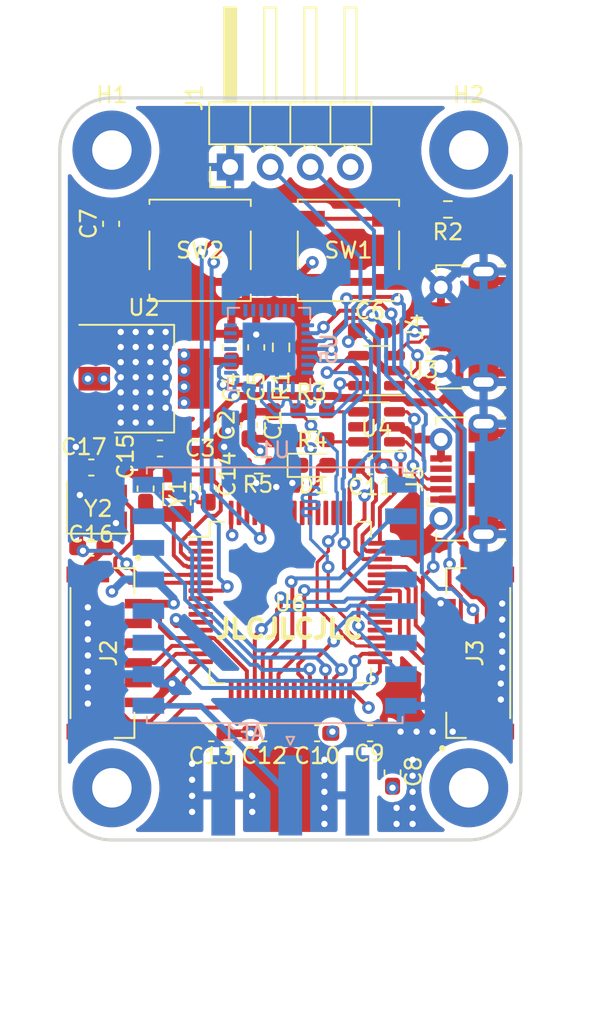
<source format=kicad_pcb>
(kicad_pcb (version 20211014) (generator pcbnew)
  (layers (0 "F.Cu" signal) (1 "In1.Cu" signal) (2 "In2.Cu" signal) (31 "B.Cu" signal) (34 "B.Paste" user) (35 "F.Paste" user) (36 "B.SilkS" user "B.Silkscreen") (37 "F.SilkS" user "F.Silkscreen") (38 "B.Mask" user) (39 "F.Mask" user) (44 "Edge.Cuts" user))
  (net 0 "")
  (net 1 "Net-(AE1-Pad1)")
  (net 2 "GND")
  (net 3 "+3V3")
  (net 4 "+5V")
  (net 5 "Net-(C9-Pad1)")
  (net 6 "Net-(C11-Pad1)")
  (net 7 "/STM32F405/OSC32_IN")
  (net 8 "/STM32F405/OSC32_OUT")
  (net 9 "/STM32F405/OSC_IN")
  (net 10 "/STM32F405/OSC_OUT")
  (net 11 "Net-(D1-Pad1)")
  (net 12 "/STM32F405/INDICATOR_LED")
  (net 13 "/Data_Interfaces/SWDIO")
  (net 14 "/Data_Interfaces/SWCLK")
  (net 15 "/Data_Interfaces/RX_2")
  (net 16 "/Data_Interfaces/TX_2")
  (net 17 "/Data_Interfaces/CTS_2")
  (net 18 "/Data_Interfaces/RTS_2")
  (net 19 "/Data_Interfaces/RX_RADIO")
  (net 20 "/Data_Interfaces/TX_RADIO")
  (net 21 "/Data_Interfaces/CTS_RADIO")
  (net 22 "/Data_Interfaces/RTS_RADIO")
  (net 23 "Net-(R2-Pad2)")
  (net 24 "Net-(C7-Pad2)")
  (net 25 "/915MHz_Radio/SPI_MISO")
  (net 26 "/915MHz_Radio/SPI_MOSI")
  (net 27 "/915MHz_Radio/SPI_CLK")
  (net 28 "/915MHz_Radio/CS_RF")
  (net 29 "/915MHz_Radio/RESET_RF")
  (net 30 "/915MHz_Radio/IO5_RF")
  (net 31 "/915MHz_Radio/IO3_RF")
  (net 32 "/915MHz_Radio/IO4_RF")
  (net 33 "/915MHz_Radio/IO0_RF")
  (net 34 "/915MHz_Radio/IO1_RF")
  (net 35 "/915MHz_Radio/IO2_RF")
  (net 36 "/Data_Interfaces/USB1_D-")
  (net 37 "/Data_Interfaces/USB1_D+")
  (net 38 "/Data_Interfaces/USB2_D-")
  (net 39 "/Data_Interfaces/USB2_D+")
  (net 40 "/Data_Interfaces/USB_D-")
  (net 41 "/Data_Interfaces/USB_D+")
  (net 44 "Net-(R1-Pad1)")
  (net 69 "/STM32F405/USB2_IN-")
  (net 70 "/STM32F405/USB2_IN+")
  (net 88 "/Data_Interfaces/USB1_IN_D-")
  (net 89 "/Data_Interfaces/USB1_IN_D+")
  (footprint "MountingHole:MountingHole_2.5mm_Pad" (layer "F.Cu") (at 87.63 83.82)
    (fp_text reference "H3")
    (fp_text value "MountingHole")
  )
  (footprint "Capacitor_SMD:C_0603_1608Metric_Pad1.08x0.95mm_HandSolder" (layer "F.Cu") (at 81.3816 80.3656)
    (fp_text reference "C9")
    (fp_text value "2.2uF")
  )
  (footprint "Capacitor_SMD:C_0603_1608Metric_Pad1.08x0.95mm_HandSolder" (layer "F.Cu") (at 74.168 55.9308 90)
    (fp_text reference "C5")
    (fp_text value "10uF")
  )
  (footprint "Capacitor_SMD:C_0603_1608Metric_Pad1.08x0.95mm_HandSolder" (layer "F.Cu") (at 63.7219 68.6172)
    (fp_text reference "C16")
    (fp_text value "18pF")
  )
  (footprint "Capacitor_SMD:C_0603_1608Metric_Pad1.08x0.95mm_HandSolder" (layer "F.Cu") (at 73.7108 60.8584 90)
    (fp_text reference "C2")
    (fp_text value "10uF")
  )
  (footprint "Package_QFP:LQFP-64_10x10mm_P0.5mm" (layer "F.Cu") (at 76.327 72.0852)
    (fp_text reference "U6")
    (fp_text value "STM32F405RGTx")
  )
  (footprint "Connector_PinHeader_2.54mm:PinHeader_1x04_P2.54mm_Horizontal" (layer "F.Cu") (at 72.517 44.507 90)
    (fp_text reference "J1")
    (fp_text value "Conn_01x04")
  )
  (footprint "Capacitor_SMD:C_0603_1608Metric_Pad1.08x0.95mm_HandSolder" (layer "F.Cu") (at 68.0709 62.3316)
    (fp_text reference "C3")
    (fp_text value "100nF")
  )
  (footprint "Button_Switch_SMD:SW_Push_1P1T_NO_CK_KSC6xxJ" (layer "F.Cu") (at 80.01 49.784 180)
    (fp_text reference "SW1")
    (fp_text value "SW_Push")
  )
  (footprint "Connector_USB:USB_Micro-B_Molex-105017-0001" (layer "F.Cu") (at 87.332 64.262 90)
    (fp_text reference "J5")
    (fp_text value "USB_B_Micro")
  )
  (footprint "Capacitor_SMD:C_0603_1608Metric_Pad1.08x0.95mm_HandSolder" (layer "F.Cu") (at 75.2348 60.8573 90)
    (fp_text reference "C1")
    (fp_text value "100nF")
  )
  (footprint "Package_TO_SOT_SMD:SOT-223-3_TabPin2" (layer "F.Cu") (at 67.056 57.912)
    (fp_text reference "U2")
    (fp_text value "AMS1117-3.3")
  )
  (footprint "Footprints:JST_SM06B-GHS-TB(LF)(SN)" (layer "F.Cu") (at 64.822 75.2856 -90)
    (fp_text reference "J2")
    (fp_text value "SM06B-GHS-TB(LF)(SN)")
  )
  (footprint "Capacitor_SMD:C_0603_1608Metric_Pad1.08x0.95mm_HandSolder" (layer "F.Cu") (at 74.6749 80.3656)
    (fp_text reference "C12")
    (fp_text value "10nF")
  )
  (footprint "Capacitor_SMD:C_0603_1608Metric_Pad1.08x0.95mm_HandSolder" (layer "F.Cu") (at 81.3805 63.4492)
    (fp_text reference "C11")
    (fp_text value "2.2uF")
  )
  (footprint "Crystal:Crystal_SMD_3225-4Pin_3.2x2.5mm" (layer "F.Cu") (at 64.178 66.0772)
    (fp_text reference "Y2")
    (fp_text value "X322524MOB4SI")
  )
  (footprint "Capacitor_SMD:C_0603_1608Metric_Pad1.08x0.95mm_HandSolder" (layer "F.Cu") (at 71.12 64.8705 -90)
    (fp_text reference "C14")
    (fp_text value "8pF")
  )
  (footprint "Capacitor_SMD:C_0603_1608Metric_Pad1.08x0.95mm_HandSolder" (layer "F.Cu") (at 63.7197 63.5372 180)
    (fp_text reference "C17")
    (fp_text value "18pF")
  )
  (footprint "Resistor_SMD:R_0603_1608Metric_Pad0.98x0.95mm_HandSolder" (layer "F.Cu") (at 74.3204 63.3984)
    (fp_text reference "R5")
    (fp_text value "200R")
  )
  (footprint "Capacitor_SMD:C_0603_1608Metric_Pad1.08x0.95mm_HandSolder" (layer "F.Cu") (at 78.0288 80.3656 180)
    (fp_text reference "C10")
    (fp_text value "10uF")
  )
  (footprint "LED_SMD:LED_0603_1608Metric_Pad1.05x0.95mm_HandSolder" (layer "F.Cu") (at 77.8142 63.3984)
    (fp_text reference "D1")
    (fp_text value "BLUE_LED")
  )
  (footprint "Connector_USB:USB_Micro-B_Molex-105017-0001" (layer "F.Cu") (at 87.332 54.626 90)
    (fp_text reference "J4")
    (fp_text value "USB_B_Micro")
  )
  (footprint "Capacitor_SMD:C_0603_1608Metric_Pad1.08x0.95mm_HandSolder" (layer "F.Cu") (at 81.3805 54.864)
    (fp_text reference "C6")
    (fp_text value "1uF")
  )
  (footprint "Crystal:Crystal_SMD_3215-2Pin_3.2x1.5mm" (layer "F.Cu") (at 69.1388 65.2272 90)
    (fp_text reference "Y1")
    (fp_text value "Q13FC1350000200")
  )
  (footprint "Resistor_SMD:R_0603_1608Metric_Pad0.98x0.95mm_HandSolder" (layer "F.Cu") (at 77.724 59.944 180)
    (fp_text reference "R3")
    (fp_text value "10R")
  )
  (footprint "MountingHole:MountingHole_2.5mm_Pad" (layer "F.Cu") (at 87.63 43.434)
    (fp_text reference "H2")
    (fp_text value "MountingHole")
  )
  (footprint "Capacitor_SMD:C_0603_1608Metric_Pad1.08x0.95mm_HandSolder" (layer "F.Cu") (at 82.804 82.8548 90)
    (fp_text reference "C8")
    (fp_text value "100nF")
  )
  (footprint "Button_Switch_SMD:SW_Push_1P1T_NO_CK_KSC6xxJ" (layer "F.Cu") (at 70.612 49.784 180)
    (fp_text reference "SW2")
    (fp_text value "SW_Push")
  )
  (footprint "MountingHole:MountingHole_2.5mm_Pad" (layer "F.Cu") (at 65.024 83.82)
    (fp_text reference "H4")
    (fp_text value "MountingHole")
  )
  (footprint "Resistor_SMD:R_0603_1608Metric_Pad0.98x0.95mm_HandSolder" (layer "F.Cu") (at 75.7428 55.9308 90)
    (fp_text reference "R1")
    (fp_text value "10k")
  )
  (footprint "Capacitor_SMD:C_0603_1608Metric_Pad1.08x0.95mm_HandSolder" (layer "F.Cu") (at 64.9732 48.1076 90)
    (fp_text reference "C7")
    (fp_text value "0.1uF")
  )
  (footprint "Resistor_SMD:R_0603_1608Metric_Pad0.98x0.95mm_HandSolder" (layer "F.Cu") (at 86.3092 47.1932 180)
    (fp_text reference "R2")
    (fp_text value "10k")
  )
  (footprint "Package_TO_SOT_SMD:SOT-23-6" (layer "F.Cu") (at 81.788 57.404 180)
    (fp_text reference "U3")
    (fp_text value "USBLC6-2SC6")
  )
  (footprint "Capacitor_SMD:C_0603_1608Metric_Pad1.08x0.95mm_HandSolder" (layer "F.Cu") (at 71.3232 80.3656 180)
    (fp_text reference "C13")
    (fp_text value "10nF")
  )
  (footprint "Package_TO_SOT_SMD:SOT-23-6" (layer "F.Cu") (at 81.788 60.96 180)
    (fp_text reference "U4")
    (fp_text value "USBLC6-2SC6")
  )
  (footprint "Capacitor_SMD:C_0603_1608Metric_Pad1.08x0.95mm_HandSolder" (layer "F.Cu") (at 72.5932 55.9308 90)
    (fp_text reference "C4")
    (fp_text value "10uF")
  )
  (footprint "Footprints:JST_SM06B-GHS-TB(LF)(SN)" (layer "F.Cu") (at 87.832 75.2856 90)
    (fp_text reference "J3")
    (fp_text value "SM06B-GHS-TB(LF)(SN)")
  )
  (footprint "Capacitor_SMD:C_0603_1608Metric_Pad1.08x0.95mm_HandSolder" (layer "F.Cu") (at 67.1576 64.8716 90)
    (fp_text reference "C15")
    (fp_text value "8pF")
  )
  (footprint "Resistor_SMD:R_0603_1608Metric_Pad0.98x0.95mm_HandSolder" (layer "F.Cu") (at 77.724 61.7728 180)
    (fp_text reference "R4")
    (fp_text value "10R")
  )
  (footprint "MountingHole:MountingHole_2.5mm_Pad" (layer "F.Cu") (at 65.024 43.434)
    (fp_text reference "H1")
    (fp_text value "MountingHole")
  )
  (footprint "Package_DFN_QFN:QFN-28-1EP_5x5mm_P0.5mm_EP3.35x3.35mm" (layer "B.Cu") (at 74.9808 56.0324 90)
    (fp_text reference "U5")
    (fp_text value "CP2102N-Axx-xQFN28")
  )
  (footprint "Connector_Coaxial:SMA_Amphenol_132289_EdgeMount" (layer "B.Cu") (at 76.327 84.2995 -90)
    (fp_text reference "AE1")
    (fp_text value "Antenna_Shield")
  )
  (footprint "RF_Module:HOPERF_RFM9XW_SMD" (layer "B.Cu") (at 75.3364 71.628 180)
    (fp_text reference "U1")
    (fp_text value "RFM95W-915S2")
  )
  (gr_line (start 61.722 43.434) (end 61.722 83.82) (layer "Edge.Cuts") (width 0.2))
  (gr_arc (start 65.024 87.122) (mid 62.689133 86.154867) (end 61.722 83.82) (layer "Edge.Cuts") (width 0.2))
  (gr_line (start 65.024 87.122) (end 87.63 87.122) (layer "Edge.Cuts") (width 0.2))
  (gr_arc (start 90.932 83.82) (mid 89.964867 86.154867) (end 87.63 87.122) (layer "Edge.Cuts") (width 0.2))
  (gr_line (start 90.932 83.82) (end 90.932 43.434) (layer "Edge.Cuts") (width 0.2))
  (gr_line (start 87.63 40.132) (end 65.024 40.132) (layer "Edge.Cuts") (width 0.2))
  (gr_arc (start 61.722 43.434) (mid 62.689133 41.099133) (end 65.024 40.132) (layer "Edge.Cuts") (width 0.2))
  (gr_arc (start 87.63 40.132) (mid 89.964867 41.099133) (end 90.932 43.434) (layer "Edge.Cuts") (width 0.2))
  (gr_text "JLCJLCJLC" (at 76.2508 73.7616) (layer "F.SilkS") (effects (font (size 1.2 1.2) (thickness 0.3))))
  (segment (start 76.327 84.2995) (end 70.6555 78.628) (width 0.349582) (layer "B.Cu") (net 1))
  (segment (start 70.6555 78.628) (end 67.3364 78.628) (width 0.349582) (layer "B.Cu") (net 1))
  (segment (start 73.7108 59.9959) (end 73.6081 59.9959) (width 0.5) (layer "F.Cu") (net 2))
  (segment (start 85.957 72.1606) (end 85.8766 72.1606) (width 0.5) (layer "F.Cu") (net 2))
  (segment (start 67.1576 63.891493) (end 68.717493 62.3316) (width 0.5) (layer "F.Cu") (net 2))
  (segment (start 66.697 78.4106) (end 67.6394 78.4106) (width 0.5) (layer "F.Cu") (net 2))
  (segment (start 82.365151 57.404) (end 81.81348 56.852329) (width 0.5) (layer "F.Cu") (net 2))
  (segment (start 69.088 73.152) (end 69.7712 73.8352) (width 0.25) (layer "F.Cu") (net 2))
  (segment (start 84.287849 61.762) (end 85.8695 61.762) (width 0.5) (layer "F.Cu") (net 2))
  (segment (start 82.9255 57.404) (end 82.365151 57.404) (width 0.5) (layer "F.Cu") (net 2))
  (segment (start 73.6081 59.9959) (end 72.39 61.214) (width 0.5) (layer "F.Cu") (net 2))
  (segment (start 89.157 71.558925) (end 89.7495 72.151425) (width 0.5) (layer "F.Cu") (net 2))
  (segment (start 73.406 79.248) (end 74.4198 79.248) (width 0.25) (layer "F.Cu") (net 2))
  (segment (start 82.243 63.4492) (end 81.81348 63.01968) (width 0.5) (layer "F.Cu") (net 2))
  (segment (start 77.1663 80.3656) (end 75.5374 80.3656) (width 0.5) (layer "F.Cu") (net 2))
  (segment (start 89.157 70.3106) (end 89.157 71.558925) (width 0.5) (layer "F.Cu") (net 2))
  (segment (start 81.81348 63.01968) (end 81.81348 61.511671) (width 0.5) (layer "F.Cu") (net 2))
  (segment (start 82.243 54.864) (end 83.058 54.864) (width 0.5) (layer "F.Cu") (net 2))
  (segment (start 83.058 54.864) (end 84.596 53.326) (width 0.5) (layer "F.Cu") (net 2))
  (segment (start 67.6394 78.4106) (end 68.834 77.216) (width 0.5) (layer "F.Cu") (net 2))
  (segment (start 85.8766 72.1606) (end 85.852 72.136) (width 0.5) (layer "F.Cu") (net 2))
  (segment (start 63.497 70.3106) (end 63.497 69.7046) (width 0.5) (layer "F.Cu") (net 2))
  (segment (start 84.596 53.326) (end 85.8695 53.326) (width 0.5) (layer "F.Cu") (net 2))
  (segment (start 85.8695 62.962) (end 85.8695 61.762) (width 0.5) (layer "F.Cu") (net 2))
  (segment (start 64.5844 68.6172) (end 64.5844 67.7496) (width 0.5) (layer "F.Cu") (net 2))
  (segment (start 85.8695 52.126) (end 85.8695 53.326) (width 0.5) (layer "F.Cu") (net 2))
  (segment (start 73.077 78.919) (end 73.406 79.248) (width 0.25) (layer "F.Cu") (net 2))
  (segment (start 73.077 63.7293) (end 73.4079 63.3984) (width 0.25) (layer "F.Cu") (net 2))
  (segment (start 74.4198 79.248) (end 75.5374 80.3656) (width 0.25) (layer "F.Cu") (net 2))
  (segment (start 82.9255 60.96) (end 83.312 60.96) (width 0.5) (layer "F.Cu") (net 2))
  (segment (start 67.1576 64.0091) (end 67.1576 63.891493) (width 0.5) (layer "F.Cu") (net 2))
  (segment (start 71.12 65.733) (end 70.474646 65.733) (width 0.25) (layer "F.Cu") (net 2))
  (segment (start 70.474646 65.733) (end 70.125671 65.384025) (width 0.25) (layer "F.Cu") (net 2))
  (segment (start 83.686329 61.16048) (end 84.287849 61.762) (width 0.5) (layer "F.Cu") (net 2))
  (segment (start 73.077 77.7602) (end 73.077 78.919) (width 0.25) (layer "F.Cu") (net 2))
  (segment (start 73.077 66.4102) (end 73.077 63.7293) (width 0.25) (layer "F.Cu") (net 2))
  (segment (start 64.5844 67.7496) (end 65.278 67.056) (width 0.5) (layer "F.Cu") (net 2))
  (segment (start 83.312 60.96) (end 83.51248 61.16048) (width 0.5) (layer "F.Cu") (net 2))
  (segment (start 83.51248 61.16048) (end 83.686329 61.16048) (width 0.5) (layer "F.Cu") (net 2))
  (segment (start 81.81348 55.29352) (end 82.243 54.864) (width 0.5) (layer "F.Cu") (net 2))
  (segment (start 63.497 69.7046) (end 64.5844 68.6172) (width 0.5) (layer "F.Cu") (net 2))
  (segment (start 82.365151 60.96) (end 82.9255 60.96) (width 0.5) (layer "F.Cu") (net 2))
  (segment (start 81.81348 56.852329) (end 81.81348 55.29352) (width 0.5) (layer "F.Cu") (net 2))
  (segment (start 69.7712 73.8352) (end 70.652 73.8352) (width 0.25) (layer "F.Cu") (net 2))
  (segment (start 81.81348 61.511671) (end 82.365151 60.96) (width 0.5) (layer "F.Cu") (net 2))
  (segment (start 68.717493 62.3316) (end 68.9334 62.3316) (width 0.5) (layer "F.Cu") (net 2))
  (via (at 66.531066 56.862134) (size 0.8) (drill 0.4) (layers "F.Cu" "B.Cu") (net 2))
  (via (at 67.4624 57.818867) (size 0.8) (drill 0.4) (layers "F.Cu" "B.Cu") (net 2))
  (via (at 67.479332 55.905401) (size 0.8) (drill 0.4) (layers "F.Cu" "B.Cu") (net 2))
  (via (at 65.5828 55.910104) (size 0.8) (drill 0.4) (layers "F.Cu" "B.Cu") (net 2))
  (via (at 67.4624 58.7756) (size 0.8) (drill 0.4) (layers "F.Cu" "B.Cu") (net 2))
  (via (at 68.4276 57.835799) (size 0.8) (drill 0.4) (layers "F.Cu" "B.Cu") (net 2))
  (via (at 65.5828 60.689068) (size 0.8) (drill 0.4) (layers "F.Cu" "B.Cu") (net 2))
  (via (at 78.486 83.058) (size 0.8) (drill 0.4) (layers "F.Cu" "B.Cu") (net 2))
  (via (at 63.5 72.39) (size 0.8) (drill 0.4) (layers "F.Cu" "B.Cu") (net 2))
  (via (at 89.7495 74.168) (size 0.8) (drill 0.4) (layers "F.Cu" "B.Cu") (net 2))
  (via (at 74.168 64.516) (size 0.8) (drill 0.4) (layers "F.Cu" "B.Cu") (net 2))
  (via (at 70.104 82.296) (size 0.8) (drill 0.4) (layers "F.Cu" "B.Cu") (net 2))
  (via (at 75.438 64.77) (size 0.8) (drill 0.4) (layers "F.Cu" "B.Cu") (net 2))
  (via (at 78.486 84.074) (size 0.8) (drill 0.4) (layers "F.Cu" "B.Cu") (net 2))
  (via (at 84.074 83.058) (size 0.8) (drill 0.4) (layers "F.Cu" "B.Cu") (net 2))
  (via (at 62.992 65.278) (size 0.8) (drill 0.4) (layers "F.Cu" "B.Cu") (net 2))
  (via (at 70.104 84.328) (size 0.8) (drill 0.4) (layers "F.Cu" "B.Cu") (net 2))
  (via (at 68.4276 55.922333) (size 0.8) (drill 0.4) (layers "F.Cu" "B.Cu") (net 2))
  (via (at 68.4276 59.749265) (size 0.8) (drill 0.4) (layers "F.Cu" "B.Cu") (net 2))
  (via (at 74.168 55.118) (size 0.8) (drill 0.4) (layers "F.Cu" "B.Cu") (net 2))
  (via (at 73.914 84.328) (size 0.8) (drill 0.4) (layers "F.Cu" "B.Cu") (net 2))
  (via (at 68.4276 54.954312) (size 0.8) (drill 0.4) (layers "F.Cu" "B.Cu") (net 2))
  (via (at 67.4624 59.732333) (size 0.8) (drill 0.4) (layers "F.Cu" "B.Cu") (net 2))
  (via (at 76.454 64.516) (size 0.8) (drill 0.4) (layers "F.Cu" "B.Cu") (net 2))
  (via (at 70.104 85.344) (size 0.8) (drill 0.4) (layers "F.Cu" "B.Cu") (net 2))
  (via (at 63.5 73.406) (size 0.8) (drill 0.4) (layers "F.Cu" "B.Cu") (net 2))
  (via (at 66.531066 55.905401) (size 0.8) (drill 0.4) (layers "F.Cu" "B.Cu") (net 2))
  (via (at 84.074 85.09) (size 0.8) (drill 0.4) (layers "F.Cu" "B.Cu") (net 2))
  (via (at 89.662 78.232) (size 0.8) (drill 0.4) (layers "F.Cu" "B.Cu") (net 2))
  (via (at 78.486 86.106) (size 0.8) (drill 0.4) (layers "F.Cu" "B.Cu") (net 2))
  (via (at 69.088 73.152) (size 0.8) (drill 0.4) (layers "F.Cu" "B.Cu") (net 2))
  (via (at 83.058 86.106) (size 0.8) (drill 0.4) (layers "F.Cu" "B.Cu") (net 2))
  (via (at 63.5 76.454) (size 0.8) (drill 0.4) (layers "F.Cu" "B.Cu") (net 2))
  (via (at 67.4624 56.862134) (size 0.8) (drill 0.4) (layers "F.Cu" "B.Cu") (net 2))
  (via (at 66.531066 57.818867) (size 0.8) (drill 0.4) (layers "F.Cu" "B.Cu") (net 2))
  (via (at 63.5 77.47) (size 0.8) (drill 0.4) (layers "F.Cu" "B.Cu") (net 2))
  (via (at 86.614 80.264) (size 0.8) (drill 0.4) (layers "F.Cu" "B.Cu") (net 2))
  (via (at 82.243 63.4492) (size 0.8) (drill 0.4) (layers "F.Cu" "B.Cu") (net 2))
  (via (at 65.5828 58.77748) (size 0.8) (drill 0.4) (layers "F.Cu" "B.Cu") (net 2))
  (via (at 68.4276 58.792532) (size 0.8) (drill 0.4) (layers "F.Cu" "B.Cu") (net 2))
  (via (at 73.914 85.344) (size 0.8) (drill 0.4) (layers "F.Cu" "B.Cu") (net 2))
  (via (at 67.479332 60.689068) (size 0.8) (drill 0.4) (layers "F.Cu" "B.Cu") (net 2))
  (via (at 66.531066 58.7756) (size 0.8) (drill 0.4) (layers "F.Cu" "B.Cu") (net 2))
  (via (at 78.486 85.09) (size 0.8) (drill 0.4) (layers "F.Cu" "B.Cu") (net 2))
  (via (at 65.5828 56.865896) (size 0.8) (drill 0.4) (layers "F.Cu" "B.Cu") (net 2))
  (via (at 84.074 82.042) (size 0.8) (drill 0.4) (layers "F.Cu" "B.Cu") (net 2))
  (via (at 65.278 67.056) (size 0.8) (drill 0.4) (layers "F.Cu" "B.Cu") (net 2))
  (via (at 68.834 77.216) (size 0.8) (drill 0.4) (layers "F.Cu" "B.Cu") (net 2))
  (via (at 72.39 61.214) (size 0.8) (drill 0.4) (layers "F.Cu" "B.Cu") (net 2))
  (via (at 89.662 77.216) (size 0.8) (drill 0.4) (layers "F.Cu" "B.Cu") (net 2))
  (via (at 83.058 85.09) (size 0.8) (drill 0.4) (layers "F.Cu" "B.Cu") (net 2))
  (via (at 89.7495 75.199425) (size 0.8) (drill 0.4) (layers "F.Cu" "B.Cu") (net 2))
  (via (at 78.486 82.042) (size 0.8) (drill 0.4) (layers "F.Cu" "B.Cu") (net 2))
  (via (at 85.852 72.136) (size 0.8) (drill 0.4) (layers "F.Cu" "B.Cu") (net 2))
  (via (at 66.531066 60.689068) (size 0.8) (drill 0.4) (layers "F.Cu" "B.Cu") (net 2))
  (via (at 72.136 62.23) (size 0.8) (drill 0.4) (layers "F.Cu" "B.Cu") (net 2))
  (via (at 67.479332 54.954312) (size 0.8) (drill 0.4) (layers "F.Cu" "B.Cu") (net 2))
  (via (at 89.7495 72.151425) (size 0.8) (drill 0.4) (layers "F.Cu" "B.Cu") (net 2))
  (via (at 65.5828 54.954312) (size 0.8) (drill 0.4) (layers "F.Cu" "B.Cu") (net 2))
  (via (at 85.344 80.264) (size 0.8) (drill 0.4) (layers "F.Cu" "B.Cu") (net 2))
  (via (at 68.4276 56.879066) (size 0.8) (drill 0.4) (layers "F.Cu" "B.Cu") (net 2))
  (via (at 65.5828 57.821688) (size 0.8) (drill 0.4) (layers "F.Cu" "B.Cu") (net 2))
  (via (at 63.5 74.422) (size 0.8) (drill 0.4) (layers "F.Cu" "B.Cu") (net 2))
  (via (at 89.749361 76.215425) (size 0.8) (drill 0.4) (layers "F.Cu" "B.Cu") (net 2))
  (via (at 66.531066 59.732333) (size 0.8) (drill 0.4) (layers "F.Cu" "B.Cu") (net 2))
  (via (at 84.074 84.074) (size 0.8) (drill 0.4) (layers "F.Cu" "B.Cu") (net 2))
  (via (at 63.5 75.438) (size 0.8) (drill 0.4) (layers "F.Cu" "B.Cu") (net 2))
  (via (at 66.531066 54.954312) (size 0.8) (drill 0.4) (layers "F.Cu" "B.Cu") (net 2))
  (via (at 70.104 83.312) (size 0.8) (drill 0.4) (layers "F.Cu" "B.Cu") (net 2))
  (via (at 70.125671 65.384025) (size 0.8) (drill 0.4) (layers "F.Cu" "B.Cu") (net 2))
  (via (at 89.7495 73.166636) (size 0.8) (drill 0.4) (layers "F.Cu" "B.Cu") (net 2))
  (via (at 63.5 78.486) (size 0.8) (drill 0.4) (layers "F.Cu" "B.Cu") (net 2))
  (via (at 84.074 86.106) (size 0.8) (drill 0.4) (layers "F.Cu" "B.Cu") (net 2))
  (via (at 62.738 62.23) (size 0.8) (drill 0.4) (layers "F.Cu" "B.Cu") (net 2))
  (via (at 84.328 80.264) (size 0.8) (drill 0.4) (layers "F.Cu" "B.Cu") (net 2))
  (via (at 65.5828 59.733272) (size 0.8) (drill 0.4) (layers "F.Cu" "B.Cu") (net 2))
  (via (at 83.312 80.264) (size 0.8) (drill 0.4) (layers "F.Cu" "B.Cu") (net 2))
  (segment (start 68.834 77.216) (end 67.9244 77.216) (width 0.5) (layer "B.Cu") (net 2))
  (segment (start 75.4808 56.5324) (end 74.9808 56.0324) (width 0.25) (layer "B.Cu") (net 2))
  (segment (start 83.3364 64.5426) (end 82.243 63.4492) (width 0.5) (layer "B.Cu") (net 2))
  (segment (start 75.4808 58.4824) (end 75.4808 56.5324) (width 0.25) (layer "B.Cu") (net 2))
  (segment (start 67.9244 77.216) (end 67.3364 76.628) (width 0.5) (layer "B.Cu") (net 2))
  (segment (start 83.3364 64.628) (end 83.3364 64.5426) (width 0.5) (layer "B.Cu") (net 2))
  (segment (start 80.077 77.7602) (end 80.3002 77.7602) (width 0.25) (layer "F.Cu") (net 3))
  (segment (start 82.002 68.3352) (end 82.002 66.08) (width 0.25) (layer "F.Cu") (net 3))
  (segment (start 72.577 67.751) (end 72.644 67.818) (width 0.25) (layer "F.Cu") (net 3))
  (segment (start 72.5932 56.7933) (end 71.3247 56.7933) (width 0.5) (layer "F.Cu") (net 3))
  (segment (start 71.492006 74.3352) (end 70.652 74.3352) (width 0.25) (layer "F.Cu") (net 3))
  (segment (start 82.002 66.08) (end 83.312 64.77) (width 0.25) (layer "F.Cu") (net 3))
  (segment (start 71.3247 56.7933) (end 70.206 57.912) (width 0.5) (layer "F.Cu") (net 3))
  (segment (start 68.072 72.39) (end 67.8426 72.1606) (width 0.25) (layer "F.Cu") (net 3))
  (segment (start 66.697 72.1606) (end 67.8426 72.1606) (width 0.5) (layer "F.Cu") (net 3))
  (segment (start 68.911302 72.1606) (end 68.935902 72.136) (width 0.5) (layer "F.Cu") (net 3))
  (segment (start 70.652 74.3352) (end 68.7472 74.3352) (width 0.25) (layer "F.Cu") (net 3))
  (segment (start 82.91 51.784) (end 77.11 51.784) (width 0.5) (layer "F.Cu") (net 3))
  (segment (start 72.577 66.4102) (end 72.577 67.751) (width 0.25) (layer "F.Cu") (net 3))
  (segment (start 68.072 73.66) (end 68.072 72.39) (width 0.25) (layer "F.Cu") (net 3))
  (segment (start 75.7428 55.2185) (end 74.168 56.7933) (width 0.5) (layer "F.Cu") (net 3))
  (segment (start 73.577 76.420194) (end 71.492006 74.3352) (width 0.25) (layer "F.Cu") (net 3))
  (segment (start 73.7108 61.7209) (end 75.2337 61.7209) (width 0.5) (layer "F.Cu") (net 3))
  (segment (start 73.8124 80.3656) (end 72.1857 80.3656) (width 0.5) (layer "F.Cu") (net 3))
  (segment (start 75.7428 55.0183) (end 75.7428 55.2185) (width 0.5) (layer "F.Cu") (net 3))
  (segment (start 80.518 54.864) (end 80.518 55.048466) (width 0.5) (layer "F.Cu") (net 3))
  (segment (start 73.7108 62.0268) (end 74.168 62.484) (width 0.5) (layer "F.Cu") (net 3))
  (segment (start 73.7108 61.7209) (end 73.7108 62.0268) (width 0.5) (layer "F.Cu") (net 3))
  (segment (start 72.5932 56.7933) (end 74.168 56.7933) (width 0.5) (layer "F.Cu") (net 3))
  (segment (start 83.312 64.77) (end 83.312 62.8095) (width 0.25) (layer "F.Cu") (net 3))
  (segment (start 73.577 77.7602) (end 73.577 76.420194) (width 0.25) (layer "F.Cu") (net 3))
  (segment (start 75.2337 61.7209) (end 75.2348 61.7198) (width 0.5) (layer "F.Cu") (net 3))
  (segment (start 77.11 51.784) (end 77.11 51.16) (width 0.5) (layer "F.Cu") (net 3))
  (segment (start 80.518 55.048466) (end 79.998957 55.567509) (width 0.5) (layer "F.Cu") (net 3))
  (segment (start 80.3002 77.7602) (end 81.28 78.74) (width 0.25) (layer "F.Cu") (net 3))
  (segment (start 74.168 62.484) (end 74.422 62.484) (width 0.5) (layer "F.Cu") (net 3))
  (segment (start 67.8426 72.1606) (end 68.911302 72.1606) (width 0.5) (layer "F.Cu") (net 3))
  (segment (start 77.11 51.16) (end 77.724 50.546) (width 0.5) (layer "F.Cu") (net 3))
  (segment (start 68.7472 74.3352) (end 68.072 73.66) (width 0.25) (layer "F.Cu") (net 3))
  (via (at 82.804 83.82) (size 0.8) (drill 0.4) (layers "F.Cu" "B.Cu") (net 3))
  (via (at 64.516 57.912) (size 0.8) (drill 0.4) (layers "F.Cu" "B.Cu") (net 3))
  (via (at 78.994 80.264) (size 0.8) (drill 0.4) (layers "F.Cu" "B.Cu") (net 3))
  (via (at 83.312 62.8095) (size 0.8) (drill 0.4) (layers "F.Cu" "B.Cu") (net 3))
  (via (at 63.5 57.912) (size 0.8) (drill 0.4) (layers "F.Cu" "B.Cu") (net 3))
  (via (at 77.724 50.546) (size 0.8) (drill 0.4) (layers "F.Cu" "B.Cu") (net 3))
  (via (at 69.596 58.42) (size 0.8) (drill 0.4) (layers "F.Cu" "B.Cu") (net 3))
  (via (at 81.28 78.74) (size 0.8) (drill 0.4) (layers "F.Cu" "B.Cu") (net 3))
  (via (at 65.026683 71.38254) (size 0.8) (drill 0.4) (layers "F.Cu" "B.Cu") (net 3))
  (via (at 69.596 59.436) (size 0.8) (drill 0.4) (layers "F.Cu" "B.Cu") (net 3))
  (via (at 68.935902 72.136) (size 0.8) (drill 0.4) (layers "F.Cu" "B.Cu") (net 3))
  (via (at 72.644 67.818) (size 0.8) (drill 0.4) (layers "F.Cu" "B.Cu") (net 3))
  (via (at 69.596 56.388) (size 0.8) (drill 0.4) (layers "F.Cu" "B.Cu") (net 3))
  (via (at 74.422 62.484) (size 0.8) (drill 0.4) (layers "F.Cu" "B.Cu") (net 3))
  (via (at 73.8124 80.3656) (size 0.8) (drill 0.4) (layers "F.Cu" "B.Cu") (net 3))
  (via (at 79.998957 55.567509) (size 0.8) (drill 0.4) (layers "F.Cu" "B.Cu") (net 3))
  (via (at 69.596 57.404) (size 0.8) (drill 0.4) (layers "F.Cu" "B.Cu") (net 3))
  (segment (start 73.8516 61.9136) (end 73.8516 58.4824) (width 0.5) (layer "B.Cu") (net 3))
  (segment (start 67.3364 70.628) (end 65.781223 70.628) (width 0.5) (layer "B.Cu") (net 3))
  (segment (start 67.735422 70.628) (end 67.3364 70.628) (width 0.5) (layer "B.Cu") (net 3))
  (segment (start 65.781223 70.628) (end 65.026683 71.38254) (width 0.5) (layer "B.Cu") (net 3))
  (segment (start 73.8516 58.4824) (end 73.90628 58.4824) (width 0.5) (layer "B.Cu") (net 3))
  (segment (start 73.4808 58.4824) (end 73.8516 58.4824) (width 0.5) (layer "B.Cu") (net 3))
  (segment (start 68.935902 72.136) (end 68.935902 71.82848) (width 0.5) (layer "B.Cu") (net 3))
  (segment (start 68.935902 71.82848) (end 67.735422 70.628) (width 0.5) (layer "B.Cu") (net 3))
  (segment (start 74.422 62.484) (end 73.8516 61.9136) (width 0.5) (layer "B.Cu") (net 3))
  (segment (start 63.906 60.5532) (end 65.6844 62.3316) (width 0.5) (layer "F.Cu") (net 4))
  (segment (start 86.3445 55.926) (end 87.0445 56.626) (width 0.5) (layer "F.Cu") (net 4))
  (segment (start 81.81348 60.357369) (end 81.81348 59.25812) (width 0.5) (layer "F.Cu") (net 4))
  (segment (start 87.256511 77.910111) (end 86.756022 78.4106) (width 0.5) (layer "F.Cu") (net 4))
  (segment (start 86.7156 59.5884) (end 87.044011 59.916811) (width 0.5) (layer "F.Cu") (net 4))
  (segment (start 87.376 68.402745) (end 87.376 69.361089) (width 0.5) (layer "F.Cu") (net 4))
  (segment (start 72.851197 59.00778) (end 70.451897 61.40708) (width 0.5) (layer "F.Cu") (net 4))
  (segment (start 86.67089 59.5884) (end 86.7156 59.5884) (width 0.5) (layer "F.Cu") (net 4))
  (segment (start 65.6844 62.3316) (end 67.2084 62.3316) (width 0.5) (layer "F.Cu") (net 4))
  (segment (start 87.044011 68.070756) (end 87.376 68.402745) (width 0.5) (layer "F.Cu") (net 4))
  (segment (start 86.756022 78.4106) (end 85.957 78.4106) (width 0.5) (layer "F.Cu") (net 4))
  (segment (start 87.256511 77.111089) (end 87.256511 77.910111) (width 0.5) (layer "F.Cu") (net 4))
  (segment (start 81.210849 57.404) (end 81.81348 58.006631) (width 0.5) (layer "F.Cu") (net 4))
  (segment (start 81.81348 59.25812) (end 81.9404 59.1312) (width 0.5) (layer "F.Cu") (net 4))
  (segment (start 80.6505 60.96) (end 81.210849 60.96) (width 0.5) (layer "F.Cu") (net 4))
  (segment (start 87.357489 69.3796) (end 87.357489 71.101489) (width 0.5) (layer "F.Cu") (net 4))
  (segment (start 83.836338 59.410489) (end 83.557049 59.1312) (width 0.5) (layer "F.Cu") (net 4))
  (segment (start 87.376 71.12) (end 87.884 71.628) (width 0.5) (layer "F.Cu") (net 4))
  (segment (start 81.210849 60.96) (end 81.81348 60.357369) (width 0.5) (layer "F.Cu") (net 4))
  (segment (start 85.8695 55.926) (end 86.3445 55.926) (width 0.5) (layer "F.Cu") (net 4))
  (segment (start 87.884 71.628) (end 88.236817 71.628) (width 0.5) (layer "F.Cu") (net 4))
  (segment (start 86.159845 59.077355) (end 85.826711 59.410489) (width 0.5) (layer "F.Cu") (net 4))
  (segment (start 80.6505 57.404) (end 81.210849 57.404) (width 0.5) (layer "F.Cu") (net 4))
  (segment (start 81.81348 58.006631) (end 81.81348 59.00428) (width 0.5) (layer "F.Cu") (net 4))
  (segment (start 83.557049 59.1312) (end 81.9404 59.1312) (width 0.5) (layer "F.Cu") (net 4))
  (segment (start 87.044011 65.511511) (end 87.044011 68.070756) (width 0.5) (layer "F.Cu") (net 4))
  (segment (start 87.0445 58.1927) (end 86.159845 59.077355) (width 0.5) (layer "F.Cu") (net 4))
  (segment (start 87.0445 56.626) (end 87.0445 58.1927) (width 0.5) (layer "F.Cu") (net 4))
  (segment (start 79.171073 59.01948) (end 79.060925 59.01948) (width 0.5) (layer "F.Cu") (net 4))
  (segment (start 85.826711 59.410489) (end 83.836338 59.410489) (width 0.5) (layer "F.Cu") (net 4))
  (segment (start 81.81348 59.00428) (end 81.9404 59.1312) (width 0.5) (layer "F.Cu") (net 4))
  (segment (start 79.049225 59.00778) (end 72.851197 59.00778) (width 0.5) (layer "F.Cu") (net 4))
  (segment (start 88.236817 71.628) (end 88.9 72.291183) (width 0.5) (layer "F.Cu") (net 4))
  (segment (start 87.376 69.361089) (end 87.357489 69.3796) (width 0.5) (layer "F.Cu") (net 4))
  (segment (start 81.9404 59.1312) (end 79.282793 59.1312) (width 0.5) (layer "F.Cu") (net 4))
  (segment (start 88.9 75.4676) (end 87.256511 77.111089) (width 0.5) (layer "F.Cu") (net 4))
  (segment (start 68.13292 61.40708) (end 67.2084 62.3316) (width 0.5) (layer "F.Cu") (net 4))
  (segment (start 86.993522 65.562) (end 85.8695 65.562) (width 0.5) (layer "F.Cu") (net 4))
  (segment (start 88.9 72.291183) (end 88.9 75.4676) (width 0.5) (layer "F.Cu") (net 4))
  (segment (start 70.451897 61.40708) (end 68.13292 61.40708) (width 0.5) (layer "F.Cu") (net 4))
  (segment (start 63.906 60.212) (end 63.906 60.5532) (width 0.5) (layer "F.Cu") (net 4))
  (segment (start 79.060925 59.01948) (end 79.049225 59.00778) (width 0.5) (layer "F.Cu") (net 4))
  (segment (start 86.159845 59.077355) (end 86.67089 59.5884) (width 0.5) (layer "F.Cu") (net 4))
  (segment (start 79.282793 59.1312) (end 79.171073 59.01948) (width 0.5) (layer "F.Cu") (net 4))
  (segment (start 87.044011 59.916811) (end 87.044011 65.511511) (width 0.5) (layer "F.Cu") (net 4))
  (segment (start 87.044011 65.511511) (end 86.993522 65.562) (width 0.5) (layer "F.Cu") (net 4))
  (via (at 72.789888 59.028091) (size 0.8) (drill 0.4) (layers "F.Cu" "B.Cu") (net 4))
  (segment (start 72.7724 57.5324) (end 72.981289 57.741289) (width 0.25) (layer "B.Cu") (net 4))
  (segment (start 72.5308 57.5324) (end 72.7724 57.5324) (width 0.25) (layer "B.Cu") (net 4))
  (segment (start 72.789888 58.274112) (end 72.789888 59.028091) (width 0.25) (layer "B.Cu") (net 4))
  (segment (start 72.898 58.166) (end 72.789888 58.274112) (width 0.25) (layer "B.Cu") (net 4))
  (segment (start 72.981289 57.741289) (end 72.981289 58.082711) (width 0.25) (layer "B.Cu") (net 4))
  (segment (start 79.577 79.4235) (end 80.5191 80.3656) (width 0.25) (layer "F.Cu") (net 5))
  (segment (start 79.577 77.7602) (end 79.577 79.4235) (width 0.25) (layer "F.Cu") (net 5))
  (segment (start 80.90248 67.813816) (end 81.552489 67.163807) (width 0.25) (layer "F.Cu") (net 6))
  (segment (start 81.754467 64.685667) (end 80.518 63.4492) (width 0.25) (layer "F.Cu") (net 6))
  (segment (start 81.552489 67.163807) (end 81.552489 65.815619) (width 0.25) (layer "F.Cu") (net 6))
  (segment (start 80.90248 68.575686) (end 80.90248 67.813816) (width 0.25) (layer "F.Cu") (net 6))
  (segment (start 81.552489 65.815619) (end 81.754467 65.613641) (width 0.25) (layer "F.Cu") (net 6))
  (segment (start 82.002 68.8352) (end 81.161994 68.8352) (width 0.25) (layer "F.Cu") (net 6))
  (segment (start 81.161994 68.8352) (end 81.061505 68.734711) (width 0.25) (layer "F.Cu") (net 6))
  (segment (start 80.977489 68.734711) (end 80.977489 68.650695) (width 0.25) (layer "F.Cu") (net 6))
  (segment (start 81.061505 68.734711) (end 80.977489 68.734711) (width 0.25) (layer "F.Cu") (net 6))
  (segment (start 80.977489 68.650695) (end 80.90248 68.575686) (width 0.25) (layer "F.Cu") (net 6))
  (segment (start 81.754467 65.613641) (end 81.754467 64.685667) (width 0.25) (layer "F.Cu") (net 6))
  (segment (start 71.590296 66.59502) (end 71.91952 66.265796) (width 0.25) (layer "F.Cu") (net 7))
  (segment (start 69.1388 63.9772) (end 71.0892 63.9772) (width 0.25) (layer "F.Cu") (net 7))
  (segment (start 69.3928 68.229711) (end 71.027491 66.59502) (width 0.25) (layer "F.Cu") (net 7))
  (segment (start 69.895408 69.3352) (end 69.866787 69.306579) (width 0.25) (layer "F.Cu") (net 7))
  (segment (start 71.91952 64.80752) (end 71.12 64.008) (width 0.25) (layer "F.Cu") (net 7))
  (segment (start 71.027491 66.59502) (end 71.590296 66.59502) (width 0.25) (layer "F.Cu") (net 7))
  (segment (start 71.0892 63.9772) (end 71.12 64.008) (width 0.25) (layer "F.Cu") (net 7))
  (segment (start 69.866787 69.306579) (end 69.783373 69.306579) (width 0.25) (layer "F.Cu") (net 7))
  (segment (start 69.783373 69.306579) (end 69.3928 68.916006) (width 0.25) (layer "F.Cu") (net 7))
  (segment (start 71.91952 66.265796) (end 71.91952 64.80752) (width 0.25) (layer "F.Cu") (net 7))
  (segment (start 69.3928 68.916006) (end 69.3928 68.229711) (width 0.25) (layer "F.Cu") (net 7))
  (segment (start 70.652 69.3352) (end 69.895408 69.3352) (width 0.25) (layer "F.Cu") (net 7))
  (segment (start 69.732893 69.756099) (end 69.811994 69.8352) (width 0.25) (layer "F.Cu") (net 8))
  (segment (start 69.597175 69.756099) (end 69.732893 69.756099) (width 0.25) (layer "F.Cu") (net 8))
  (segment (start 69.811994 69.8352) (end 70.652 69.8352) (width 0.25) (layer "F.Cu") (net 8))
  (segment (start 69.1388 66.4772) (end 67.9007 66.4772) (width 0.25) (layer "F.Cu") (net 8))
  (segment (start 67.9007 66.4772) (end 67.1576 65.7341) (width 0.25) (layer "F.Cu") (net 8))
  (segment (start 69.1388 66.4772) (end 68.94328 66.67272) (width 0.25) (layer "F.Cu") (net 8))
  (segment (start 68.94328 66.67272) (end 68.94328 69.102204) (width 0.25) (layer "F.Cu") (net 8))
  (segment (start 68.94328 69.102204) (end 69.597175 69.756099) (width 0.25) (layer "F.Cu") (net 8))
  (segment (start 62.8594 68.6172) (end 63.053477 68.811277) (width 0.25) (layer "F.Cu") (net 9))
  (segment (start 66.663363 70.3352) (end 65.957127 69.628964) (width 0.25) (layer "F.Cu") (net 9))
  (segment (start 63.078 66.9272) (end 63.078 68.3986) (width 0.25) (layer "F.Cu") (net 9))
  (segment (start 63.078 68.3986) (end 62.8594 68.6172) (width 0.25) (layer "F.Cu") (net 9))
  (segment (start 63.053477 68.811277) (end 63.188948 68.811277) (width 0.25) (layer "F.Cu") (net 9))
  (segment (start 70.652 70.3352) (end 66.663363 70.3352) (width 0.25) (layer "F.Cu") (net 9))
  (via (at 63.188948 68.811277) (size 0.8) (drill 0.4) (layers "F.Cu" "B.Cu") (net 9))
  (via (at 65.957127 69.628964) (size 0.8) (drill 0.4) (layers "F.Cu" "B.Cu") (net 9))
  (segment (start 65.13944 68.811277) (end 63.188948 68.811277) (width 0.25) (layer "B.Cu") (net 9))
  (segment (start 65.957127 69.628964) (end 65.13944 68.811277) (width 0.25) (layer "B.Cu") (net 9))
  (segment (start 66.138763 70.8352) (end 65.232626 69.929063) (width 0.25) (layer "F.Cu") (net 10))
  (segment (start 64.5822 63.5372) (end 64.5822 64.5314) (width 0.25) (layer "F.Cu") (net 10))
  (segment (start 65.232626 69.322614) (end 66.302511 68.252729) (width 0.25) (layer "F.Cu") (net 10))
  (segment (start 64.5822 64.5314) (end 65.278 65.2272) (width 0.25) (layer "F.Cu") (net 10))
  (segment (start 65.232626 69.929063) (end 65.232626 69.322614) (width 0.25) (layer "F.Cu") (net 10))
  (segment (start 66.302511 68.252729) (end 66.302511 66.151711) (width 0.25) (layer "F.Cu") (net 10))
  (segment (start 70.652 70.8352) (end 66.138763 70.8352) (width 0.25) (layer "F.Cu") (net 10))
  (segment (start 66.302511 66.151711) (end 65.378 65.2272) (width 0.25) (layer "F.Cu") (net 10))
  (segment (start 65.378 65.2272) (end 65.278 65.2272) (width 0.25) (layer "F.Cu") (net 10))
  (segment (start 75.2329 63.3984) (end 76.9392 63.3984) (width 0.25) (layer "F.Cu") (net 11))
  (segment (start 78.0637 64.5827) (end 77.577 65.0694) (width 0.25) (layer "F.Cu") (net 12))
  (segment (start 78.0637 63.5) (end 78.0637 64.5827) (width 0.25) (layer "F.Cu") (net 12))
  (segment (start 78.1653 63.3984) (end 78.0637 63.5) (width 0.25) (layer "F.Cu") (net 12))
  (segment (start 77.577 65.0694) (end 77.577 66.4102) (width 0.25) (layer "F.Cu") (net 12))
  (segment (start 78.6892 63.3984) (end 78.1653 63.3984) (width 0.25) (layer "F.Cu") (net 12))
  (segment (start 80.452969 68.845895) (end 80.452969 67.374237) (width 0.25) (layer "F.Cu") (net 13))
  (segment (start 80.452969 67.374237) (end 81.029966 66.79724) (width 0.25) (layer "F.Cu") (net 13))
  (segment (start 80.942274 69.3352) (end 80.452969 68.845895) (width 0.25) (layer "F.Cu") (net 13))
  (segment (start 81.029966 66.79724) (end 81.029966 65.313542) (width 0.25) (layer "F.Cu") (net 13))
  (segment (start 82.002 69.3352) (end 80.942274 69.3352) (width 0.25) (layer "F.Cu") (net 13))
  (via (at 81.029966 65.313542) (size 0.8) (drill 0.4) (layers "F.Cu" "B.Cu") (net 13))
  (segment (start 77.597 44.507) (end 81.627911 48.537911) (width 0.25) (layer "B.Cu") (net 13))
  (segment (start 81.627911 48.537911) (end 81.627911 52.764193) (width 0.25) (layer "B.Cu") (net 13))
  (segment (start 80.764311 54.293223) (end 81.93271 55.461622) (width 0.25) (layer "B.Cu") (net 13))
  (segment (start 81.518499 63.149101) (end 81.518499 64.825009) (width 0.25) (layer "B.Cu") (net 13))
  (segment (start 81.93271 62.73489) (end 81.518499 63.149101) (width 0.25) (layer "B.Cu") (net 13))
  (segment (start 81.518499 64.825009) (end 81.029966 65.313542) (width 0.25) (layer "B.Cu") (net 13))
  (segment (start 80.764311 53.627793) (end 80.764311 54.293223) (width 0.25) (layer "B.Cu") (net 13))
  (segment (start 81.627911 52.764193) (end 80.764311 53.627793) (width 0.25) (layer "B.Cu") (net 13))
  (segment (start 81.93271 55.461622) (end 81.93271 62.73489) (width 0.25) (layer "B.Cu") (net 13))
  (segment (start 80.077 66.4102) (end 80.077 64.8554) (width 0.25) (layer "F.Cu") (net 14))
  (segment (start 80.077 64.8554) (end 80.3656 64.5668) (width 0.25) (layer "F.Cu") (net 14))
  (via (at 80.3656 64.5668) (size 0.8) (drill 0.4) (layers "F.Cu" "B.Cu") (net 14))
  (segment (start 75.057 44.507) (end 80.772 50.222) (width 0.25) (layer "B.Cu") (net 14))
  (segment (start 80.772 50.222) (end 80.772 52.9844) (width 0.25) (layer "B.Cu") (net 14))
  (segment (start 80.3148 53.4416) (end 80.3148 54.5592) (width 0.25) (layer "B.Cu") (net 14))
  (segment (start 80.3148 54.5592) (end 81.4324 55.6768) (width 0.25) (layer "B.Cu") (net 14))
  (segment (start 81.4324 55.6768) (end 81.4324 62.599496) (width 0.25) (layer "B.Cu") (net 14))
  (segment (start 81.4324 62.599496) (end 80.3656 63.666296) (width 0.25) (layer "B.Cu") (net 14))
  (segment (start 80.3656 63.666296) (end 80.3656 64.5668) (width 0.25) (layer "B.Cu") (net 14))
  (segment (start 80.772 52.9844) (end 80.3148 53.4416) (width 0.25) (layer "B.Cu") (net 14))
  (segment (start 64.9732 74.5844) (end 64.9732 79.0448) (width 0.25) (layer "F.Cu") (net 15))
  (segment (start 66.697 73.4106) (end 66.147 73.4106) (width 0.25) (layer "F.Cu") (net 15))
  (segment (start 66.04 80.1116) (end 68.2244 80.1116) (width 0.25) (layer "F.Cu") (net 15))
  (segment (start 69.596 78.74) (end 72.2884 78.74) (width 0.25) (layer "F.Cu") (net 15))
  (segment (start 72.2884 78.74) (end 72.577 78.4514) (width 0.25) (layer "F.Cu") (net 15))
  (segment (start 66.147 73.4106) (end 64.9732 74.5844) (width 0.25) (layer "F.Cu") (net 15))
  (segment (start 68.2244 80.1116) (end 69.596 78.74) (width 0.25) (layer "F.Cu") (net 15))
  (segment (start 72.577 78.4514) (end 72.577 77.7602) (width 0.25) (layer "F.Cu") (net 15))
  (segment (start 64.9732 79.0448) (end 66.04 80.1116) (width 0.25) (layer "F.Cu") (net 15))
  (segment (start 66.697 74.6606) (end 66.147 74.6606) (width 0.25) (layer "F.Cu") (net 16))
  (segment (start 70.652 75.956482) (end 70.652 75.8352) (width 0.25) (layer "F.Cu") (net 16))
  (segment (start 65.522489 75.285111) (end 65.522489 78.958385) (width 0.25) (layer "F.Cu") (net 16))
  (segment (start 69.558501 77.049981) (end 70.652 75.956482) (width 0.25) (layer "F.Cu") (net 16))
  (segment (start 66.167704 79.6036) (end 67.471 79.6036) (width 0.25) (layer "F.Cu") (net 16))
  (segment (start 66.147 74.6606) (end 65.522489 75.285111) (width 0.25) (layer "F.Cu") (net 16))
  (segment (start 69.558501 77.516099) (end 69.558501 77.049981) (width 0.25) (layer "F.Cu") (net 16))
  (segment (start 65.522489 78.958385) (end 66.167704 79.6036) (width 0.25) (layer "F.Cu") (net 16))
  (segment (start 67.471 79.6036) (end 69.558501 77.516099) (width 0.25) (layer "F.Cu") (net 16))
  (segment (start 68.8272 74.8352) (end 70.652 74.8352) (width 0.25) (layer "F.Cu") (net 17))
  (segment (start 66.697 75.9106) (end 67.7518 75.9106) (width 0.25) (layer "F.Cu") (net 17))
  (segment (start 67.7518 75.9106) (end 68.8272 74.8352) (width 0.25) (layer "F.Cu") (net 17))
  (segment (start 67.2638 77.1606) (end 69.0892 75.3352) (width 0.25) (layer "F.Cu") (net 18))
  (segment (start 66.697 77.1606) (end 67.2638 77.1606) (width 0.25) (layer "F.Cu") (net 18))
  (segment (start 69.0892 75.3352) (end 70.652 75.3352) (width 0.25) (layer "F.Cu") (net 18))
  (segment (start 81.510143 53.910117) (end 81.35578 54.06448) (width 0.25) (layer "F.Cu") (net 19))
  (segment (start 87.3252 75.438) (end 87.172311 75.285111) (width 0.25) (layer "F.Cu") (net 19))
  (segment (start 84.937111 75.285111) (end 83.82 74.168) (width 0.25) (layer "F.Cu") (net 19))
  (segment (start 86.394518 77.1606) (end 87.376 76.179118) (width 0.25) (layer "F.Cu") (net 19))
  (segment (start 83.82 71.2724) (end 83.3828 70.8352) (width 0.25) (layer "F.Cu") (net 19))
  (segment (start 79.1464 56.0324) (end 79.1089 56.0699) (width 0.25) (layer "F.Cu") (net 19))
  (segment (start 87.172311 75.285111) (end 84.937111 75.285111) (width 0.25) (layer "F.Cu") (net 19))
  (segment (start 87.376 75.4888) (end 87.3252 75.438) (width 0.25) (layer "F.Cu") (net 19))
  (segment (start 88.138 74.6252) (end 88.138 72.780871) (width 0.25) (layer "F.Cu") (net 19))
  (segment (start 81.35578 54.06448) (end 79.985204 54.06448) (width 0.25) (layer "F.Cu") (net 19))
  (segment (start 79.1464 54.903284) (end 79.1464 56.0324) (width 0.25) (layer "F.Cu") (net 19))
  (segment (start 85.957 77.1606) (end 86.394518 77.1606) (width 0.25) (layer "F.Cu") (net 19))
  (segment (start 83.3828 70.8352) (end 82.002 70.8352) (width 0.25) (layer "F.Cu") (net 19))
  (segment (start 87.376 76.179118) (end 87.376 75.4888) (width 0.25) (layer "F.Cu") (net 19))
  (segment (start 87.3252 75.438) (end 88.138 74.6252) (width 0.25) (layer "F.Cu") (net 19))
  (segment (start 88.138 72.780871) (end 87.900605 72.543476) (width 0.25) (layer "F.Cu") (net 19))
  (segment (start 79.985204 54.06448) (end 79.1464 54.903284) (width 0.25) (layer "F.Cu") (net 19))
  (segment (start 79.1089 56.0699) (end 78.934534 56.0699) (width 0.25) (layer "F.Cu") (net 19))
  (segment (start 83.82 74.168) (end 83.82 71.2724) (width 0.25) (layer "F.Cu") (net 19))
  (via (at 78.934534 56.0699) (size 0.8) (drill 0.4) (layers "F.Cu" "B.Cu") (net 19))
  (via (at 81.510143 53.910117) (size 0.8) (drill 0.4) (layers "F.Cu" "B.Cu") (net 19))
  (via (at 87.900605 72.543476) (size 0.8) (drill 0.4) (layers "F.Cu" "B.Cu") (net 19))
  (segment (start 84.761001 60.933399) (end 84.761001 63.057526) (width 0.25) (layer "B.Cu") (net 19))
  (segment (start 84.761001 63.057526) (end 84.82592 63.122445) (width 0.25) (layer "B.Cu") (net 19))
  (segment (start 81.510143 53.910117) (end 82.3976 54.797574) (width 0.25) (layer "B.Cu") (net 19))
  (segment (start 86.578729 71.2216) (end 87.900605 72.543476) (width 0.25) (layer "B.Cu") (net 19))
  (segment (start 82.3976 57.660042) (end 84.91209 60.174532) (width 0.25) (layer "B.Cu") (net 19))
  (segment (start 82.3976 54.797574) (end 82.3976 57.660042) (width 0.25) (layer "B.Cu") (net 19))
  (segment (start 78.897034 56.0324) (end 78.934534 56.0699) (width 0.25) (layer "B.Cu") (net 19))
  (segment (start 84.91209 60.78231) (end 84.761001 60.933399) (width 0.25) (layer "B.Cu") (net 19))
  (segment (start 84.82592 63.122445) (end 84.82592 63.722643) (width 0.25) (layer "B.Cu") (net 19))
  (segment (start 84.660911 70.182911) (end 85.6996 71.2216) (width 0.25) (layer "B.Cu") (net 19))
  (segment (start 85.6996 71.2216) (end 86.578729 71.2216) (width 0.25) (layer "B.Cu") (net 19))
  (segment (start 77.4308 56.0324) (end 78.897034 56.0324) (width 0.25) (layer "B.Cu") (net 19))
  (segment (start 84.82592 63.722643) (end 84.660911 63.887652) (width 0.25) (layer "B.Cu") (net 19))
  (segment (start 84.91209 60.174532) (end 84.91209 60.78231) (width 0.25) (layer "B.Cu") (net 19))
  (segment (start 84.660911 63.887652) (end 84.660911 70.182911) (width 0.25) (layer "B.Cu") (net 19))
  (segment (start 84.772274 75.9106) (end 83.26889 74.407216) (width 0.25) (layer "F.Cu") (net 20))
  (segment (start 81.161994 71.3352) (end 79.728469 69.901675) (width 0.25) (layer "F.Cu") (net 20))
  (segment (start 83.26889 74.407216) (end 83.26889 71.391006) (width 0.25) (layer "F.Cu") (net 20))
  (segment (start 85.957 75.9106) (end 84.772274 75.9106) (width 0.25) (layer "F.Cu") (net 20))
  (segment (start 83.213084 71.3352) (end 82.002 71.3352) (width 0.25) (layer "F.Cu") (net 20))
  (segment (start 83.26889 71.391006) (end 83.213084 71.3352) (width 0.25) (layer "F.Cu") (net 20))
  (segment (start 79.728469 69.901675) (end 79.728469 68.326) (width 0.25) (layer "F.Cu") (net 20))
  (segment (start 82.002 71.3352) (end 81.161994 71.3352) (width 0.25) (layer "F.Cu") (net 20))
  (via (at 79.728469 68.326) (size 0.8) (drill 0.4) (layers "F.Cu" "B.Cu") (net 20))
  (segment (start 77.878128 56.5324) (end 77.4308 56.5324) (width 0.25) (layer "B.Cu") (net 20))
  (segment (start 79.728469 60.123931) (end 80.982889 58.869511) (width 0.25) (layer "B.Cu") (net 20))
  (segment (start 79.641099 64.866899) (end 79.641099 64.266701) (width 0.25) (layer "B.Cu") (net 20))
  (segment (start 79.641099 64.266701) (end 79.728469 64.179331) (width 0.25) (layer "B.Cu") (net 20))
  (segment (start 79.728469 64.179331) (end 79.728469 60.123931) (width 0.25) (layer "B.Cu") (net 20))
  (segment (start 79.728469 68.326) (end 79.728469 64.954269) (width 0.25) (layer "B.Cu") (net 20))
  (segment (start 80.339496 56.7944) (end 78.140128 56.7944) (width 0.25) (layer "B.Cu") (net 20))
  (segment (start 79.728469 64.954269) (end 79.641099 64.866899) (width 0.25) (layer "B.Cu") (net 20))
  (segment (start 80.982889 57.437793) (end 80.339496 56.7944) (width 0.25) (layer "B.Cu") (net 20))
  (segment (start 78.140128 56.7944) (end 77.878128 56.5324) (width 0.25) (layer "B.Cu") (net 20))
  (segment (start 80.982889 58.869511) (end 80.982889 57.437793) (width 0.25) (layer "B.Cu") (net 20))
  (segment (start 82.961404 52.736106) (end 79.995694 52.736106) (width 0.25) (layer "F.Cu") (net 21))
  (segment (start 84.26951 71.086206) (end 83.518504 70.3352) (width 0.25) (layer "F.Cu") (net 21))
  (segment (start 86.414258 70.97074) (end 86.414258 69.634157) (width 0.25) (layer "F.Cu") (net 21))
  (segment (start 79.995694 52.736106) (end 79.884427 52.847373) (width 0.25) (layer "F.Cu") (net 21))
  (segment (start 83.518504 70.3352) (end 82.002 70.3352) (width 0.25) (layer "F.Cu") (net 21))
  (segment (start 87.131511 71.687993) (end 86.414258 70.97074) (width 0.25) (layer "F.Cu") (net 21))
  (segment (start 85.957 74.6606) (end 86.507 74.6606) (width 0.25) (layer "F.Cu") (net 21))
  (segment (start 85.957 74.6606) (end 85.407 74.6606) (width 0.25) (layer "F.Cu") (net 21))
  (segment (start 84.269511 73.523111) (end 84.26951 71.086206) (width 0.25) (layer "F.Cu") (net 21))
  (segment (start 87.131511 74.036089) (end 87.131511 71.687993) (width 0.25) (layer "F.Cu") (net 21))
  (segment (start 85.407 74.6606) (end 84.269511 73.523111) (width 0.25) (layer "F.Cu") (net 21))
  (segment (start 86.507 74.6606) (end 87.131511 74.036089) (width 0.25) (layer "F.Cu") (net 21))
  (segment (start 83.1088 52.883502) (end 82.961404 52.736106) (width 0.25) (layer "F.Cu") (net 21))
  (via (at 79.884427 52.847373) (size 0.8) (drill 0.4) (layers "F.Cu" "B.Cu") (net 21))
  (via (at 86.414258 69.634157) (size 0.8) (drill 0.4) (layers "F.Cu" "B.Cu") (net 21))
  (via (at 83.1088 52.883502) (size 0.8) (drill 0.4) (layers "F.Cu" "B.Cu") (net 21))
  (segment (start 78.447434 55.5324) (end 78.634435 55.345399) (width 0.25) (layer "B.Cu") (net 21))
  (segment (start 83.3628 57.135362) (end 87.376 61.148562) (width 0.25) (layer "B.Cu") (net 21))
  (segment (start 78.634435 55.345399) (end 79.020601 55.345399) (width 0.25) (layer "B.Cu") (net 21))
  (segment (start 83.5152 53.26214) (end 83.52597 53.27291) (width 0.25) (layer "B.Cu") (net 21))
  (segment (start 87.376 67.375438) (end 86.414258 68.33718) (width 0.25) (layer "B.Cu") (net 21))
  (segment (start 83.3628 54.183463) (end 83.3628 57.135362) (width 0.25) (layer "B.Cu") (net 21))
  (segment (start 83.1088 52.832) (end 83.5152 53.2384) (width 0.25) (layer "B.Cu") (net 21))
  (segment (start 79.86529 53.255406) (end 79.884427 53.236269) (width 0.25) (layer "B.Cu") (net 21))
  (segment (start 83.52597 53.27291) (end 83.52597 54.020293) (width 0.25) (layer "B.Cu") (net 21))
  (segment (start 83.52597 54.020293) (end 83.3628 54.183463) (width 0.25) (layer "B.Cu") (net 21))
  (segment (start 79.865289 54.500711) (end 79.86529 53.255406) (width 0.25) (layer "B.Cu") (net 21))
  (segment (start 79.020601 55.345399) (end 79.865289 54.500711) (width 0.25) (layer "B.Cu") (net 21))
  (segment (start 83.5152 53.2384) (end 83.5152 53.26214) (width 0.25) (layer "B.Cu") (net 21))
  (segment (start 86.414258 68.33718) (end 86.414258 69.634157) (width 0.25) (layer "B.Cu") (net 21))
  (segment (start 77.4308 55.5324) (end 78.447434 55.5324) (width 0.25) (layer "B.Cu") (net 21))
  (segment (start 87.376 61.148562) (end 87.376 67.375438) (width 0.25) (layer "B.Cu") (net 21))
  (segment (start 79.884427 53.236269) (end 79.884427 52.847373) (width 0.25) (layer "B.Cu") (net 21))
  (segment (start 84.719022 72.722622) (end 84.71902 71.05382) (width 0.25) (layer "F.Cu") (net 22))
  (segment (start 85.957 73.4106) (end 85.407 73.4106) (width 0.25) (layer "F.Cu") (net 22))
  (segment (start 81.210044 53.185616) (end 80.788359 53.607301) (width 0.25) (layer "F.Cu") (net 22))
  (segment (start 84.71902 71.05382) (end 84.71902 70.900012) (width 0.25) (layer "F.Cu") (net 22))
  (segment (start 79.473511 53.607301) (end 78.43067 54.650142) (width 0.25) (layer "F.Cu") (net 22))
  (segment (start 84.71902 70.900012) (end 83.654208 69.8352) (width 0.25) (layer "F.Cu") (net 22))
  (segment (start 82.100271 53.185616) (end 81.210044 53.185616) (width 0.25) (layer "F.Cu") (net 22))
  (segment (start 84.71902 71.05382) (end 84.71902 70.476487) (width 0.25) (layer "F.Cu") (net 22))
  (segment (start 80.788359 53.607301) (end 79.473511 53.607301) (width 0.25) (layer "F.Cu") (net 22))
  (segment (start 83.654208 69.8352) (end 82.002 69.8352) (width 0.25) (layer "F.Cu") (net 22))
  (segment (start 82.718159 53.803504) (end 82.100271 53.185616) (width 0.25) (layer "F.Cu") (net 22))
  (segment (start 84.71902 70.476487) (end 85.385411 69.810096) (width 0.25) (layer "F.Cu") (net 22))
  (segment (start 85.407 73.4106) (end 84.719022 72.722622) (width 0.25) (layer "F.Cu") (net 22))
  (via (at 78.43067 54.650142) (size 0.8) (drill 0.4) (layers "F.Cu" "B.Cu") (net 22))
  (via (at 85.385411 69.810096) (size 0.8) (drill 0.4) (layers "F.Cu" "B.Cu") (net 22))
  (via (at 82.718159 53.803504) (size 0.8) (drill 0.4) (layers "F.Cu" "B.Cu") (net 22))
  (segment (start 86.919011 61.327277) (end 86.919011 64.295745) (width 0.25) (layer "B.Cu") (net 22))
  (segment (start 86.919011 64.295745) (end 86.926489 64.303223) (width 0.25) (layer "B.Cu") (net 22))
  (segment (start 82.89791 57.306176) (end 86.919011 61.327277) (width 0.25) (layer "B.Cu") (net 22))
  (segment (start 82.847111 54.271407) (end 82.89791 54.322206) (width 0.25) (layer "B.Cu") (net 22))
  (segment (start 82.847111 53.932456) (end 82.847111 54.271407) (width 0.25) (layer "B.Cu") (net 22))
  (segment (start 82.89791 54.322206) (end 82.89791 57.306176) (width 0.25) (layer "B.Cu") (net 22))
  (segment (start 85.385411 68.730323) (end 85.385411 69.810096) (width 0.25) (layer "B.Cu") (net 22))
  (segment (start 77.4308 55.0324) (end 78.048412 55.0324) (width 0.25) (layer "B.Cu") (net 22))
  (segment (start 86.926489 67.189245) (end 85.385411 68.730323) (width 0.25) (layer "B.Cu") (net 22))
  (segment (start 78.048412 55.0324) (end 78.43067 54.650142) (width 0.25) (layer "B.Cu") (net 22))
  (segment (start 86.926489 64.303223) (end 86.926489 67.189245) (width 0.25) (layer "B.Cu") (net 22))
  (segment (start 82.718159 53.803504) (end 82.847111 53.932456) (width 0.25) (layer "B.Cu") (net 22))
  (segment (start 71.4756 50.1904) (end 71.4756 50.546) (width 0.25) (layer "F.Cu") (net 23))
  (segment (start 74.422 68.0212) (end 74.577 67.8662) (width 0.25) (layer "F.Cu") (net 23))
  (segment (start 71.5264 50.1396) (end 71.4756 50.1904) (width 0.25) (layer "F.Cu") (net 23))
  (segment (start 75.9228 48.9712) (end 73.152 48.9712) (width 0.25) (layer "F.Cu") (net 23))
  (segment (start 72.6948 48.9712) (end 71.5264 50.1396) (width 0.25) (layer "F.Cu") (net 23))
  (segment (start 77.11 47.784) (end 82.91 47.784) (width 0.25) (layer "F.Cu") (net 23))
  (segment (start 84.8059 47.784) (end 82.91 47.784) (width 0.25) (layer "F.Cu") (net 23))
  (segment (start 85.3967 47.1932) (end 84.8059 47.784) (width 0.25) (layer "F.Cu") (net 23))
  (segment (start 74.577 67.8662) (end 74.577 66.4102) (width 0.25) (layer "F.Cu") (net 23))
  (segment (start 77.11 47.784) (end 75.9228 48.9712) (width 0.25) (layer "F.Cu") (net 23))
  (segment (start 73.152 48.9712) (end 72.6948 48.9712) (width 0.25) (layer "F.Cu") (net 23))
  (via (at 74.422 68.0212) (size 0.8) (drill 0.4) (layers "F.Cu" "B.Cu") (net 23))
  (via (at 71.4756 50.546) (size 0.8) (drill 0.4) (layers "F.Cu" "B.Cu") (net 23))
  (segment (start 71.340887 50.680713) (end 71.340887 64.940087) (width 0.25) (layer "B.Cu") (net 23))
  (segment (start 71.4756 50.546) (end 71.340887 50.680713) (width 0.25) (layer "B.Cu") (net 23))
  (segment (start 71.340887 64.940087) (end 74.422 68.0212) (width 0.25) (layer "B.Cu") (net 23))
  (segment (start 72.8152 47.784) (end 70.7136 49.8856) (width 0.25) (layer "F.Cu") (net 24))
  (segment (start 72.0732 71.3352) (end 70.652 71.3352) (width 0.25) (layer "F.Cu") (net 24))
  (segment (start 65.5121 47.784) (end 67.712 47.784) (width 0.25) (layer "F.Cu") (net 24))
  (segment (start 73.512 47.784) (end 72.8152 47.784) (width 0.25) (layer "F.Cu") (net 24))
  (segment (start 72.3392 71.0692) (end 72.0732 71.3352) (width 0.25) (layer "F.Cu") (net 24))
  (segment (start 64.9732 47.2451) (end 65.5121 47.784) (width 0.25) (layer "F.Cu") (net 24))
  (segment (start 67.712 47.784) (end 73.512 47.784) (width 0.25) (layer "F.Cu") (net 24))
  (via (at 72.3392 71.0692) (size 0.8) (drill 0.4) (layers "F.Cu" "B.Cu") (net 24))
  (via (at 70.7136 49.8856) (size 0.8) (drill 0.4) (layers "F.Cu" "B.Cu") (net 24))
  (segment (start 70.7136 49.8856) (end 70.7136 64.947354) (width 0.25) (layer "B.Cu") (net 24))
  (segment (start 71.797406 67.14991) (end 71.797406 70.527406) (width 0.25) (layer "B.Cu") (net 24))
  (segment (start 70.850172 65.083926) (end 70.850172 66.202676) (width 0.25) (layer "B.Cu") (net 24))
  (segment (start 70.850172 66.202676) (end 71.797406 67.14991) (width 0.25) (layer "B.Cu") (net 24))
  (segment (start 70.7136 64.947354) (end 70.850172 65.083926) (width 0.25) (layer "B.Cu") (net 24))
  (segment (start 71.797406 70.527406) (end 72.3392 71.0692) (width 0.25) (layer "B.Cu") (net 24))
  (segment (start 76.454 74.2696) (end 76.454 70.838412) (width 0.25) (layer "F.Cu") (net 25))
  (segment (start 75.077 77.7602) (end 75.077 75.6466) (width 0.25) (layer "F.Cu") (net 25))
  (segment (start 76.454 70.838412) (end 76.384364 70.768776) (width 0.25) (layer "F.Cu") (net 25))
  (segment (start 75.077 75.6466) (end 76.454 74.2696) (width 0.25) (layer "F.Cu") (net 25))
  (via (at 76.384364 70.768776) (size 0.8) (drill 0.4) (layers "F.Cu" "B.Cu") (net 25))
  (segment (start 76.59194 70.5612) (end 76.384364 70.768776) (width 0.25) (layer "B.Cu") (net 25))
  (segment (start 83.3364 66.628) (end 82.8364 66.628) (width 0.25) (layer "B.Cu") (net 25))
  (segment (start 80.8736 68.5908) (end 80.8736 69.1388) (width 0.25) (layer "B.Cu") (net 25))
  (segment (start 82.8364 66.628) (end 80.8736 68.5908) (width 0.25) (layer "B.Cu") (net 25))
  (segment (start 79.4512 70.5612) (end 76.59194 70.5612) (width 0.25) (layer "B.Cu") (net 25))
  (segment (start 80.8736 69.1388) (end 79.4512 70.5612) (width 0.25) (layer "B.Cu") (net 25))
  (segment (start 76.379625 75.814675) (end 76.379626 75.811915) (width 0.25) (layer "F.Cu") (net 26))
  (segment (start 77.216 74.975541) (end 77.216 71.3232) (width 0.25) (layer "F.Cu") (net 26))
  (segment (start 76.379626 75.811915) (end 77.216 74.975541) (width 0.25) (layer "F.Cu") (net 26))
  (segment (start 75.577 76.6173) (end 76.379625 75.814675) (width 0.25) (layer "F.Cu") (net 26))
  (segment (start 75.577 77.7602) (end 75.577 76.6173) (width 0.25) (layer "F.Cu") (net 26))
  (via (at 77.216 71.3232) (size 0.8) (drill 0.4) (layers "F.Cu" "B.Cu") (net 26))
  (segment (start 77.216 71.3232) (end 79.502 71.3232) (width 0.25) (layer "B.Cu") (net 26))
  (segment (start 79.502 71.3232) (end 82.1972 68.628) (width 0.25) (layer "B.Cu") (net 26))
  (segment (start 82.1972 68.628) (end 83.3364 68.628) (width 0.25) (layer "B.Cu") (net 26))
  (segment (start 75.4888 74.422) (end 75.4888 72.5424) (width 0.25) (layer "F.Cu") (net 27))
  (segment (start 74.577 77.7602) (end 74.577 75.3338) (width 0.25) (layer "F.Cu") (net 27))
  (segment (start 75.7295 72.3017) (end 75.7295 71.7804) (width 0.25) (layer "F.Cu") (net 27))
  (segment (start 75.4888 72.5424) (end 75.7295 72.3017) (width 0.25) (layer "F.Cu") (net 27))
  (segment (start 74.577 75.3338) (end 75.4888 74.422) (width 0.25) (layer "F.Cu") (net 27))
  (via (at 75.7295 71.7804) (size 0.8) (drill 0.4) (layers "F.Cu" "B.Cu") (net 27))
  (segment (start 81.631123 71.833277) (end 81.292084 71.833277) (width 0.25) (layer "B.Cu") (net 27))
  (segment (start 82.8364 70.628) (end 81.631123 71.833277) (width 0.25) (layer "B.Cu") (net 27))
  (segment (start 79.732691 72.047701) (end 75.996801 72.047701) (width 0.25) (layer "B.Cu") (net 27))
  (segment (start 75.996801 72.047701) (end 75.7295 71.7804) (width 0.25) (layer "B.Cu") (net 27))
  (segment (start 79.947113 71.833279) (end 79.732691 72.047701) (width 0.25) (layer "B.Cu") (net 27))
  (segment (start 83.3364 70.628) (end 82.8364 70.628) (width 0.25) (layer "B.Cu") (net 27))
  (segment (start 81.292084 71.833277) (end 79.947113 71.833279) (width 0.25) (layer "B.Cu") (net 27))
  (segment (start 74.077 77.7602) (end 74.077 74.20494) (width 0.25) (layer "F.Cu") (net 28))
  (segment (start 74.077 74.20494) (end 74.500869 73.781071) (width 0.25) (layer "F.Cu") (net 28))
  (via (at 74.500869 73.781071) (size 0.8) (drill 0.4) (layers "F.Cu" "B.Cu") (net 28))
  (segment (start 75.724161 72.557779) (end 74.500869 73.781071) (width 0.25) (layer "B.Cu") (net 28))
  (segment (start 81.105893 72.282789) (end 80.133307 72.282789) (width 0.25) (layer "B.Cu") (net 28))
  (segment (start 79.858317 72.557779) (end 75.724161 72.557779) (width 0.25) (layer "B.Cu") (net 28))
  (segment (start 80.133307 72.282789) (end 79.858317 72.557779) (width 0.25) (layer "B.Cu") (net 28))
  (segment (start 83.3364 72.628) (end 81.451104 72.628) (width 0.25) (layer "B.Cu") (net 28))
  (segment (start 81.451104 72.628) (end 81.105893 72.282789) (width 0.25) (layer "B.Cu") (net 28))
  (segment (start 77.253537 75.573708) (end 78.034655 75.573708) (width 0.25) (layer "F.Cu") (net 29))
  (segment (start 77.077 77.7602) (end 77.077 76.846171) (width 0.25) (layer "F.Cu") (net 29))
  (segment (start 78.034655 75.573708) (end 79.075228 74.533135) (width 0.25) (layer "F.Cu") (net 29))
  (segment (start 76.829136 75.998109) (end 77.253537 75.573708) (width 0.25) (layer "F.Cu") (net 29))
  (segment (start 77.077 76.846171) (end 76.829136 76.598307) (width 0.25) (layer "F.Cu") (net 29))
  (segment (start 76.829136 76.598307) (end 76.829136 75.998109) (width 0.25) (layer "F.Cu") (net 29))
  (via (at 79.075228 74.533135) (size 0.8) (drill 0.4) (layers "F.Cu" "B.Cu") (net 29))
  (segment (start 79.075228 73.976572) (end 79.075228 74.533135) (width 0.25) (layer "B.Cu") (net 29))
  (segment (start 82.8154 74.628) (end 80.919699 72.732299) (width 0.25) (layer "B.Cu") (net 29))
  (segment (start 83.3364 74.628) (end 82.8154 74.628) (width 0.25) (layer "B.Cu") (net 29))
  (segment (start 80.319501 72.732299) (end 79.075228 73.976572) (width 0.25) (layer "B.Cu") (net 29))
  (segment (start 80.919699 72.732299) (end 80.319501 72.732299) (width 0.25) (layer "B.Cu") (net 29))
  (segment (start 80.643984 73.55841) (end 80.643984 72.35321) (width 0.25) (layer "F.Cu") (net 30))
  (segment (start 80.643984 72.35321) (end 81.161994 71.8352) (width 0.25) (layer "F.Cu") (net 30))
  (segment (start 81.161994 71.8352) (end 82.002 71.8352) (width 0.25) (layer "F.Cu") (net 30))
  (via (at 80.643984 73.55841) (size 0.8) (drill 0.4) (layers "F.Cu" "B.Cu") (net 30))
  (segment (start 83.3364 76.628) (end 80.6704 73.962) (width 0.25) (layer "B.Cu") (net 30))
  (segment (start 80.6704 73.962) (end 80.6704 73.5584) (width 0.25) (layer "B.Cu") (net 30))
  (segment (start 80.6704 73.5584) (end 80.643994 73.5584) (width 0.25) (layer "B.Cu") (net 30))
  (segment (start 80.643994 73.5584) (end 80.643984 73.55841) (width 0.25) (layer "B.Cu") (net 30))
  (segment (start 82.002 76.4432) (end 81.529701 76.915499) (width 0.25) (layer "F.Cu") (net 31))
  (segment (start 82.002 75.8352) (end 82.002 76.4432) (width 0.25) (layer "F.Cu") (net 31))
  (via (at 81.529701 76.915499) (size 0.8) (drill 0.4) (layers "F.Cu" "B.Cu") (net 31))
  (segment (start 67.8364 74.628) (end 70.70521 77.49681) (width 0.25) (layer "B.Cu") (net 31))
  (segment (start 80.924945 77.520255) (end 81.529701 76.915499) (width 0.25) (layer "B.Cu") (net 31))
  (segment (start 67.3364 74.628) (end 67.8364 74.628) (width 0.25) (layer "B.Cu") (net 31))
  (segment (start 78.042248 77.49681) (end 78.065693 77.520255) (width 0.25) (layer "B.Cu") (net 31))
  (segment (start 70.70521 77.49681) (end 78.042248 77.49681) (width 0.25) (layer "B.Cu") (net 31))
  (segment (start 78.065693 77.520255) (end 80.924945 77.520255) (width 0.25) (layer "B.Cu") (net 31))
  (segment (start 80.884884 75.3352) (end 80.413184 75.8069) (width 0.25) (layer "F.Cu") (net 32))
  (segment (start 82.002 75.3352) (end 80.884884 75.3352) (width 0.25) (layer "F.Cu") (net 32))
  (via (at 80.413184 75.8069) (size 0.8) (drill 0.4) (layers "F.Cu" "B.Cu") (net 32))
  (segment (start 71.7557 77.0473) (end 78.228442 77.0473) (width 0.25) (layer "B.Cu") (net 32))
  (segment (start 67.3364 72.628) (end 71.7557 77.0473) (width 0.25) (layer "B.Cu") (net 32))
  (segment (start 80.196224 77.070744) (end 80.413184 76.853784) (width 0.25) (layer "B.Cu") (net 32))
  (segment (start 80.413184 76.853784) (end 80.413184 75.8069) (width 0.25) (layer "B.Cu") (net 32))
  (segment (start 78.228442 77.0473) (end 78.251886 77.070744) (width 0.25) (layer "B.Cu") (net 32))
  (segment (start 78.251886 77.070744) (end 80.196224 77.070744) (width 0.25) (layer "B.Cu") (net 32))
  (segment (start 77.577 77.7602) (end 77.577 76.836178) (width 0.25) (layer "F.Cu") (net 33))
  (segment (start 77.553637 76.812815) (end 77.553637 76.298208) (width 0.25) (layer "F.Cu") (net 33))
  (segment (start 77.577 76.836178) (end 77.553637 76.812815) (width 0.25) (layer "F.Cu") (net 33))
  (via (at 77.553637 76.298208) (size 0.8) (drill 0.4) (layers "F.Cu" "B.Cu") (net 33))
  (segment (start 77.501058 76.350787) (end 77.553637 76.298208) (width 0.25) (layer "B.Cu") (net 33))
  (segment (start 69.660403 71.897011) (end 73.795614 76.032222) (width 0.25) (layer "B.Cu") (net 33))
  (segment (start 74.228117 76.032221) (end 74.546683 76.350787) (width 0.25) (layer "B.Cu") (net 33))
  (segment (start 73.795614 76.032222) (end 74.228117 76.032221) (width 0.25) (layer "B.Cu") (net 33))
  (segment (start 74.546683 76.350787) (end 77.501058 76.350787) (width 0.25) (layer "B.Cu") (net 33))
  (segment (start 67.3364 68.628) (end 69.660403 70.952003) (width 0.25) (layer "B.Cu") (net 33))
  (segment (start 69.660403 70.952003) (end 69.660403 71.897011) (width 0.25) (layer "B.Cu") (net 33))
  (segment (start 78.551985 76.648869) (end 78.551985 76.346243) (width 0.25) (layer "F.Cu") (net 34))
  (segment (start 78.577 77.7602) (end 78.577 76.673884) (width 0.25) (layer "F.Cu") (net 34))
  (segment (start 78.577 76.673884) (end 78.551985 76.648869) (width 0.25) (layer "F.Cu") (net 34))
  (via (at 78.551985 76.346243) (size 0.8) (drill 0.4) (layers "F.Cu" "B.Cu") (net 34))
  (segment (start 70.109913 71.710817) (end 73.972804 75.573708) (width 0.25) (layer "B.Cu") (net 34))
  (segment (start 70.109913 68.901513) (end 70.109913 71.710817) (width 0.25) (layer "B.Cu") (net 34))
  (segment (start 77.975188 75.573708) (end 78.551985 76.150505) (width 0.25) (layer "B.Cu") (net 34))
  (segment (start 78.551985 76.150505) (end 78.551985 76.346243) (width 0.25) (layer "B.Cu") (net 34))
  (segment (start 67.8364 66.628) (end 70.109913 68.901513) (width 0.25) (layer "B.Cu") (net 34))
  (segment (start 73.972804 75.573708) (end 77.975188 75.573708) (width 0.25) (layer "B.Cu") (net 34))
  (segment (start 67.3364 66.628) (end 67.8364 66.628) (width 0.25) (layer "B.Cu") (net 34))
  (segment (start 79.077 77.7602) (end 79.10248 77.73472) (width 0.25) (layer "F.Cu") (net 35))
  (segment (start 79.10248 76.894714) (end 79.563357 76.433837) (width 0.25) (layer "F.Cu") (net 35))
  (segment (start 79.563357 76.433837) (end 79.563357 76.333017) (width 0.25) (layer "F.Cu") (net 35))
  (segment (start 79.10248 77.73472) (end 79.10248 76.894714) (width 0.25) (layer "F.Cu") (net 35))
  (via (at 79.563357 76.333017) (size 0.8) (drill 0.4) (layers "F.Cu" "B.Cu") (net 35))
  (segment (start 78.352318 75.121978) (end 79.563357 76.333017) (width 0.25) (layer "B.Cu") (net 35))
  (segment (start 74.156778 75.121978) (end 78.352318 75.121978) (width 0.25) (layer "B.Cu") (net 35))
  (segment (start 70.559427 71.524627) (end 74.156778 75.121978) (width 0.25) (layer "B.Cu") (net 35))
  (segment (start 70.559427 67.851027) (end 70.559427 71.524627) (width 0.25) (layer "B.Cu") (net 35))
  (segment (start 67.3364 64.628) (end 70.559427 67.851027) (width 0.25) (layer "B.Cu") (net 35))
  (segment (start 84.836621 55.276) (end 85.8695 55.276) (width 0.2) (layer "F.Cu") (net 36))
  (segment (start 82.9255 56.454) (end 83.780761 55.598739) (width 0.2) (layer "F.Cu") (net 36))
  (segment (start 83.780761 55.598739) (end 84.513882 55.598739) (width 0.2) (layer "F.Cu") (net 36))
  (segment (start 84.513882 55.598739) (end 84.836621 55.276) (width 0.2) (layer "F.Cu") (net 36))
  (segment (start 84.38216 57.245557) (end 84.38216 56.433562) (width 0.2) (layer "F.Cu") (net 37))
  (segment (start 84.497376 54.626) (end 84.224138 54.899238) (width 0.2) (layer "F.Cu") (net 37))
  (segment (start 82.9255 58.354) (end 83.273717 58.354) (width 0.2) (layer "F.Cu") (net 37))
  (segment (start 85.8695 54.626) (end 84.497376 54.626) (width 0.2) (layer "F.Cu") (net 37))
  (segment (start 83.273717 58.354) (end 84.38216 57.245557) (width 0.2) (layer "F.Cu") (net 37))
  (via (at 84.38216 56.433562) (size 0.8) (drill 0.4) (layers "F.Cu" "B.Cu") (net 37))
  (via (at 84.224138 54.899238) (size 0.8) (drill 0.4) (layers "F.Cu" "B.Cu") (net 37))
  (segment (start 84.38216 56.433562) (end 83.787311 55.838713) (width 0.2) (layer "B.Cu") (net 37))
  (segment (start 83.787311 54.947489) (end 83.835562 54.899238) (width 0.2) (layer "B.Cu") (net 37))
  (segment (start 83.787311 55.838713) (end 83.787311 54.947489) (width 0.2) (layer "B.Cu") (net 37))
  (segment (start 83.835562 54.899238) (end 84.224138 54.899238) (width 0.2) (layer "B.Cu") (net 37))
  (segment (start 82.9255 60.01) (end 83.722958 60.01) (width 0.2) (layer "F.Cu") (net 38))
  (segment (start 85.8695 64.912) (end 84.9945 64.912) (width 0.2) (layer "F.Cu") (net 38))
  (segment (start 84.18249 64.09999) (end 84.18249 63.503615) (width 0.2) (layer "F.Cu") (net 38))
  (segment (start 84.18249 63.503615) (end 84.101419 63.422544) (width 0.2) (layer "F.Cu") (net 38))
  (segment (start 83.722958 60.01) (end 84.187589 60.474631) (width 0.2) (layer "F.Cu") (net 38))
  (segment (start 84.9945 64.912) (end 84.18249 64.09999) (width 0.2) (layer "F.Cu") (net 38))
  (via (at 84.101419 63.422544) (size 0.8) (drill 0.4) (layers "F.Cu" "B.Cu") (net 38))
  (via (at 84.187589 60.474631) (size 0.8) (drill 0.4) (layers "F.Cu" "B.Cu") (net 38))
  (segment (start 84.101419 60.560801) (end 84.187589 60.474631) (width 0.2) (layer "B.Cu") (net 38))
  (segment (start 84.101419 63.422544) (end 84.101419 60.560801) (width 0.2) (layer "B.Cu") (net 38))
  (segment (start 84.206311 62.311511) (end 84.060233 62.31151) (width 0.2) (layer "F.Cu") (net 39))
  (segment (start 84.6328 63.880408) (end 84.80092 63.712288) (width 0.2) (layer "F.Cu") (net 39))
  (segment (start 84.060233 62.31151) (end 83.658723 61.91) (width 0.2) (layer "F.Cu") (net 39))
  (segment (start 84.6328 63.9003) (end 84.6328 63.880408) (width 0.2) (layer "F.Cu") (net 39))
  (segment (start 84.9945 64.262) (end 84.6328 63.9003) (width 0.2) (layer "F.Cu") (net 39))
  (segment (start 84.80092 63.712288) (end 84.80092 62.90612) (width 0.2) (layer "F.Cu") (net 39))
  (segment (start 84.80092 62.90612) (end 84.206311 62.311511) (width 0.2) (layer "F.Cu") (net 39))
  (segment (start 83.658723 61.91) (end 82.9255 61.91) (width 0.2) (layer "F.Cu") (net 39))
  (segment (start 85.8695 64.262) (end 84.9945 64.262) (width 0.2) (layer "F.Cu") (net 39))
  (segment (start 80.6505 60.01) (end 78.7025 60.01) (width 0.2) (layer "F.Cu") (net 40))
  (segment (start 78.7025 60.01) (end 78.6365 59.944) (width 0.2) (layer "F.Cu") (net 40))
  (segment (start 78.7737 61.91) (end 78.6365 61.7728) (width 0.2) (layer "F.Cu") (net 41))
  (segment (start 80.6505 61.91) (end 78.7737 61.91) (width 0.2) (layer "F.Cu") (net 41))
  (segment (start 75.7428 56.8433) (end 75.7428 56.8452) (width 0.25) (layer "F.Cu") (net 44))
  (segment (start 75.7428 56.8452) (end 74.294951 58.293049) (width 0.25) (layer "F.Cu") (net 44))
  (segment (start 74.294951 58.293049) (end 72.065388 58.293049) (width 0.25) (layer "F.Cu") (net 44))
  (via (at 72.065388 58.293049) (size 0.8) (drill 0.4) (layers "F.Cu" "B.Cu") (net 44))
  (segment (start 71.80628 57.755208) (end 72.065388 58.014316) (width 0.25) (layer "B.Cu") (net 44))
  (segment (start 72.0504 57.0324) (end 71.80628 57.27652) (width 0.25) (layer "B.Cu") (net 44))
  (segment (start 71.80628 57.27652) (end 71.80628 57.755208) (width 0.25) (layer "B.Cu") (net 44))
  (segment (start 72.065388 58.014316) (end 72.065388 58.293049) (width 0.25) (layer "B.Cu") (net 44))
  (segment (start 72.5308 57.0324) (end 72.0504 57.0324) (width 0.25) (layer "B.Cu") (net 44))
  (segment (start 80.484038 74.8352) (end 80.30626 74.657422) (width 0.2) (layer "F.Cu") (net 69))
  (segment (start 79.544972 74.013636) (end 79.544973 73.936412) (width 0.2) (layer "F.Cu") (net 69))
  (segment (start 80.188756 74.657421) (end 79.544972 74.013636) (width 0.2) (layer "F.Cu") (net 69))
  (segment (start 78.734957 68.840798) (end 78.734957 68.216733) (width 0.2) (layer "F.Cu") (net 69))
  (segment (start 76.8115 59.944) (end 77.634094 60.766594) (width 0.2) (layer "F.Cu") (net 69))
  (segment (start 78.028799 69.546956) (end 78.734957 68.840798) (width 0.2) (layer "F.Cu") (net 69))
  (segment (start 78.028799 72.420237) (end 78.028799 69.546956) (width 0.2) (layer "F.Cu") (net 69))
  (segment (start 77.634094 60.766594) (end 77.634094 60.8685) (width 0.2) (layer "F.Cu") (net 69))
  (segment (start 79.544973 73.936412) (end 78.028799 72.420237) (width 0.2) (layer "F.Cu") (net 69))
  (segment (start 80.30626 74.657422) (end 80.188756 74.657421) (width 0.2) (layer "F.Cu") (net 69))
  (segment (start 82.002 74.8352) (end 80.484038 74.8352) (width 0.2) (layer "F.Cu") (net 69))
  (via (at 77.634094 60.8685) (size 0.8) (drill 0.4) (layers "F.Cu" "B.Cu") (net 69))
  (via (at 78.734957 68.216733) (size 0.8) (drill 0.4) (layers "F.Cu" "B.Cu") (net 69))
  (segment (start 79.303958 65.130108) (end 79.303958 67.647732) (width 0.2) (layer "B.Cu") (net 69))
  (segment (start 79.216588 65.042738) (end 79.303958 65.130108) (width 0.2) (layer "B.Cu") (net 69))
  (segment (start 79.216588 64.090863) (end 79.216588 65.042738) (width 0.2) (layer "B.Cu") (net 69))
  (segment (start 79.303958 64.003493) (end 79.216588 64.090863) (width 0.2) (layer "B.Cu") (net 69))
  (segment (start 79.303958 62.538364) (end 79.303958 64.003493) (width 0.2) (layer "B.Cu") (net 69))
  (segment (start 77.634094 60.8685) (end 79.303958 62.538364) (width 0.2) (layer "B.Cu") (net 69))
  (segment (start 79.303958 67.647732) (end 78.734957 68.216733) (width 0.2) (layer "B.Cu") (net 69))
  (segment (start 80.549031 74.3352) (end 80.471742 74.257911) (width 0.2) (layer "F.Cu") (net 70))
  (segment (start 77.052999 61.7728) (end 77.614937 62.334738) (width 0.2) (layer "F.Cu") (net 70))
  (segment (start 80.35424 74.257911) (end 79.944483 73.848154) (width 0.2) (layer "F.Cu") (net 70))
  (segment (start 78.7283 71.975257) (end 78.7283 69.8367) (width 0.2) (layer "F.Cu") (net 70))
  (segment (start 82.002 74.3352) (end 80.549031 74.3352) (width 0.2) (layer "F.Cu") (net 70))
  (segment (start 79.944483 73.848154) (end 79.944483 73.770928) (width 0.2) (layer "F.Cu") (net 70))
  (segment (start 79.944483 73.770928) (end 79.920099 73.746544) (width 0.2) (layer "F.Cu") (net 70))
  (segment (start 79.920099 73.167056) (end 78.7283 71.975257) (width 0.2) (layer "F.Cu") (net 70))
  (segment (start 80.471742 74.257911) (end 80.35424 74.257911) (width 0.2) (layer "F.Cu") (net 70))
  (segment (start 76.8115 61.7728) (end 77.052999 61.7728) (width 0.2) (layer "F.Cu") (net 70))
  (segment (start 79.920099 73.746544) (end 79.920099 73.167056) (width 0.2) (layer "F.Cu") (net 70))
  (via (at 78.7283 69.8367) (size 0.8) (drill 0.4) (layers "F.Cu" "B.Cu") (net 70))
  (via (at 77.614937 62.334738) (size 0.8) (drill 0.4) (layers "F.Cu" "B.Cu") (net 70))
  (segment (start 77.614937 68.079923) (end 77.614937 66.809463) (width 0.2) (layer "B.Cu") (net 70))
  (segment (start 77.614937 64.559463) (end 77.614937 62.761137) (width 0.2) (layer "B.Cu") (net 70))
  (segment (start 77.299953 65.234463) (end 77.614937 65.234463) (width 0.2) (layer "B.Cu") (net 70))
  (segment (start 78.7283 69.8367) (end 78.6674 69.7758) (width 0.2) (layer "B.Cu") (net 70))
  (segment (start 77.929921 64.784463) (end 77.839937 64.784463) (width 0.2) (layer "B.Cu") (net 70))
  (segment (start 77.299953 66.134463) (end 77.389937 66.134463) (width 0.2) (layer "B.Cu") (net 70))
  (segment (start 77.929921 65.684463) (end 77.614937 65.684463) (width 0.2) (layer "B.Cu") (net 70))
  (segment (start 77.614937 65.684463) (end 77.299953 65.684463) (width 0.2) (layer "B.Cu") (net 70))
  (segment (start 78.035456 68.506477) (end 78.035456 68.500442) (width 0.2) (layer "B.Cu") (net 70))
  (segment (start 78.6674 69.138421) (end 78.035456 68.506477) (width 0.2) (layer "B.Cu") (net 70))
  (segment (start 77.614937 65.234463) (end 77.929921 65.234463) (width 0.2) (layer "B.Cu") (net 70))
  (segment (start 78.035456 68.500442) (end 77.614937 68.079923) (width 0.2) (layer "B.Cu") (net 70))
  (segment (start 77.389937 66.584463) (end 77.299953 66.584463) (width 0.2) (layer "B.Cu") (net 70))
  (segment (start 77.389937 66.134463) (end 77.929921 66.134463) (width 0.2) (layer "B.Cu") (net 70))
  (segment (start 77.614937 62.761137) (end 77.614937 62.334738) (width 0.2) (layer "B.Cu") (net 70))
  (segment (start 78.6674 69.7758) (end 78.6674 69.138421) (width 0.2) (layer "B.Cu") (net 70))
  (arc (start 77.929921 66.134463) (mid 78.08902 66.068562) (end 78.154921 65.909463) (width 0.2) (layer "B.Cu") (net 70))
  (arc (start 77.614937 66.809463) (mid 77.549036 66.650364) (end 77.389937 66.584463) (width 0.2) (layer "B.Cu") (net 70))
  (arc (start 78.154921 65.009463) (mid 78.08902 64.850364) (end 77.929921 64.784463) (width 0.2) (layer "B.Cu") (net 70))
  (arc (start 77.074953 66.359463) (mid 77.140854 66.200364) (end 77.299953 66.134463) (width 0.2) (layer "B.Cu") (net 70))
  (arc (start 77.299953 65.684463) (mid 77.140854 65.618562) (end 77.074953 65.459463) (width 0.2) (layer "B.Cu") (net 70))
  (arc (start 77.299953 66.584463) (mid 77.140854 66.518562) (end 77.074953 66.359463) (width 0.2) (layer "B.Cu") (net 70))
  (arc (start 77.074953 65.459463) (mid 77.140854 65.300364) (end 77.299953 65.234463) (width 0.2) (layer "B.Cu") (net 70))
  (arc (start 77.929921 65.234463) (mid 78.08902 65.168562) (end 78.154921 65.009463) (width 0.2) (layer "B.Cu") (net 70))
  (arc (start 78.154921 65.909463) (mid 78.08902 65.750364) (end 77.929921 65.684463) (width 0.2) (layer "B.Cu") (net 70))
  (arc (start 77.839937 64.784463) (mid 77.680838 64.718562) (end 77.614937 64.559463) (width 0.2) (layer "B.Cu") (net 70))
  (segment (start 79.021591 57.525931) (end 78.644395 57.525931) (width 0.2) (layer "F.Cu") (net 88))
  (segment (start 80.043042 56.50448) (end 79.021591 57.525931) (width 0.2) (layer "F.Cu") (net 88))
  (segment (start 80.60002 56.50448) (end 80.043042 56.50448) (width 0.2) (layer "F.Cu") (net 88))
  (segment (start 80.6505 56.454) (end 80.60002 56.50448) (width 0.2) (layer "F.Cu") (net 88))
  (via (at 78.644395 57.525931) (size 0.8) (drill 0.4) (layers "F.Cu" "B.Cu") (net 88))
  (segment (start 74.505799 58.507399) (end 74.505799 59.355393) (width 0.2) (layer "B.Cu") (net 88))
  (segment (start 79.179092 57.524373) (end 79.177534 57.525931) (width 0.2) (layer "B.Cu") (net 88))
  (segment (start 79.177534 57.525931) (end 78.644395 57.525931) (width 0.2) (layer "B.Cu") (net 88))
  (segment (start 75.319406 60.169) (end 79.08305 60.169) (width 0.2) (layer "B.Cu") (net 88))
  (segment (start 80.558378 57.969232) (end 80.115077 57.525931) (width 0.2) (layer "B.Cu") (net 88))
  (segment (start 74.4808 58.4824) (end 74.505799 58.507399) (width 0.2) (layer "B.Cu") (net 88))
  (segment (start 74.505799 59.355393) (end 75.319406 60.169) (width 0.2) (layer "B.Cu") (net 88))
  (segment (start 79.08305 60.169) (end 80.558378 58.693672) (width 0.2) (layer "B.Cu") (net 88))
  (segment (start 80.558378 58.693672) (end 80.558378 57.969232) (width 0.2) (layer "B.Cu") (net 88))
  (segment (start 80.115077 57.525931) (end 79.760138 57.525931) (width 0.2) (layer "B.Cu") (net 88))
  (segment (start 79.760138 57.525931) (end 79.75858 57.524373) (width 0.2) (layer "B.Cu") (net 88))
  (segment (start 79.75858 57.524373) (end 79.179092 57.524373) (width 0.2) (layer "B.Cu") (net 88))
  (segment (start 79.747893 58.223874) (end 79.468836 58.223874) (width 0.2) (layer "F.Cu") (net 89))
  (segment (start 80.60002 58.30352) (end 79.827539 58.30352) (width 0.2) (layer "F.Cu") (net 89))
  (segment (start 80.6505 58.354) (end 80.60002 58.30352) (width 0.2) (layer "F.Cu") (net 89))
  (segment (start 79.827539 58.30352) (end 79.747893 58.223874) (width 0.2) (layer "F.Cu") (net 89))
  (via (at 79.468836 58.223874) (size 0.8) (drill 0.4) (layers "F.Cu" "B.Cu") (net 89))
  (segment (start 78.3694 59.469) (end 78.3694 58.622258) (width 0.2) (layer "B.Cu") (net 89))
  (segment (start 77.8694 58.622258) (end 77.8694 59.469) (width 0.2) (layer "B.Cu") (net 89))
  (segment (start 77.3694 59.469) (end 77.3694 59.072258) (width 0.2) (layer "B.Cu") (net 89))
  (segment (start 79.468836 59.062764) (end 78.8126 59.719) (width 0.2) (layer "B.Cu") (net 89))
  (segment (start 74.955801 59.168995) (end 74.955801 58.507399) (width 0.2) (layer "B.Cu") (net 89))
  (segment (start 74.955801 58.507399) (end 74.9808 58.4824) (width 0.2) (layer "B.Cu") (net 89))
  (segment (start 75.505806 59.719) (end 74.955801 59.168995) (width 0.2) (layer "B.Cu") (net 89))
  (segment (start 79.468836 58.223874) (end 79.468836 59.062764) (width 0.2) (layer "B.Cu") (net 89))
  (segment (start 76.1194 59.222258) (end 76.116142 59.222258) (width 0.2) (layer "B.Cu") (net 89))
  (segment (start 75.6194 59.719) (end 75.505806 59.719) (width 0.2) (layer "B.Cu") (net 89))
  (segment (start 78.8126 59.719) (end 78.6194 59.719) (width 0.2) (layer "B.Cu") (net 89))
  (segment (start 76.8694 59.072258) (end 76.8694 59.469) (width 0.2) (layer "B.Cu") (net 89))
  (segment (start 76.6194 59.719) (end 76.616142 59.719) (width 0.2) (layer "B.Cu") (net 89))
  (arc (start 78.3694 58.622258) (mid 78.296177 58.445481) (end 78.1194 58.372258) (width 0.2) (layer "B.Cu") (net 89))
  (arc (start 77.6194 59.719) (mid 77.442623 59.645777) (end 77.3694 59.469) (width 0.2) (layer "B.Cu") (net 89))
  (arc (start 78.1194 58.372258) (mid 77.942623 58.445481) (end 77.8694 58.622258) (width 0.2) (layer "B.Cu") (net 89))
  (arc (start 76.367771 59.470629) (mid 76.295025 59.295004) (end 76.1194 59.222258) (width 0.2) (layer "B.Cu") (net 89))
  (arc (start 76.116142 59.222258) (mid 75.940517 59.295004) (end 75.867771 59.470629) (width 0.2) (layer "B.Cu") (net 89))
  (arc (start 77.1194 58.822258) (mid 76.942623 58.895481) (end 76.8694 59.072258) (width 0.2) (layer "B.Cu") (net 89))
  (arc (start 78.6194 59.719) (mid 78.442623 59.645777) (end 78.3694 59.469) (width 0.2) (layer "B.Cu") (net 89))
  (arc (start 76.8694 59.469) (mid 76.796177 59.645777) (end 76.6194 59.719) (width 0.2) (layer "B.Cu") (net 89))
  (arc (start 77.3694 59.072258) (mid 77.296177 58.895481) (end 77.1194 58.822258) (width 0.2) (layer "B.Cu") (net 89))
  (arc (start 77.8694 59.469) (mid 77.796177 59.645777) (end 77.6194 59.719) (width 0.2) (layer "B.Cu") (net 89))
  (arc (start 76.616142 59.719) (mid 76.440517 59.646254) (end 76.367771 59.470629) (width 0.2) (layer "B.Cu") (net 89))
  (arc (start 75.867771 59.470629) (mid 75.795025 59.646254) (end 75.6194 59.719) (width 0.2) (layer "B.Cu") (net 89))
  (zone (net 2) (net_name "GND") (layers "F.Cu" "In1.Cu" "B.Cu") (connect_pads (clearance 0.508)) (min_thickness 0.254) (fill yes (thermal_gap 0.508) (thermal_bridge_width 0.508))
    (polygon (pts (xy 93.98 91.44) (xy 60.96 91.44) (xy 60.96 38.1) (xy 93.98 38.1)))
  )
)
</source>
